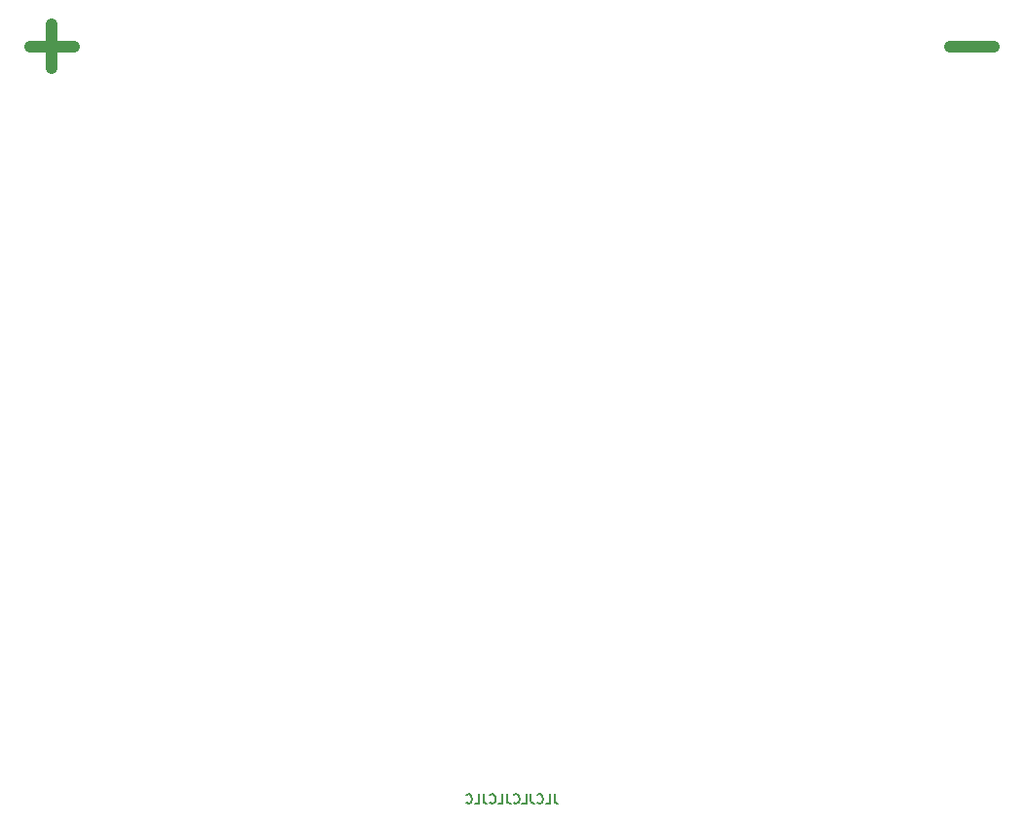
<source format=gbo>
G04 #@! TF.GenerationSoftware,KiCad,Pcbnew,(6.0.4)*
G04 #@! TF.CreationDate,2022-06-22T13:50:13-04:00*
G04 #@! TF.ProjectId,Macintosh Portable Battery Adapter v1.2,4d616369-6e74-46f7-9368-20506f727461,rev?*
G04 #@! TF.SameCoordinates,Original*
G04 #@! TF.FileFunction,Legend,Bot*
G04 #@! TF.FilePolarity,Positive*
%FSLAX46Y46*%
G04 Gerber Fmt 4.6, Leading zero omitted, Abs format (unit mm)*
G04 Created by KiCad (PCBNEW (6.0.4)) date 2022-06-22 13:50:13*
%MOMM*%
%LPD*%
G01*
G04 APERTURE LIST*
G04 Aperture macros list*
%AMRoundRect*
0 Rectangle with rounded corners*
0 $1 Rounding radius*
0 $2 $3 $4 $5 $6 $7 $8 $9 X,Y pos of 4 corners*
0 Add a 4 corners polygon primitive as box body*
4,1,4,$2,$3,$4,$5,$6,$7,$8,$9,$2,$3,0*
0 Add four circle primitives for the rounded corners*
1,1,$1+$1,$2,$3*
1,1,$1+$1,$4,$5*
1,1,$1+$1,$6,$7*
1,1,$1+$1,$8,$9*
0 Add four rect primitives between the rounded corners*
20,1,$1+$1,$2,$3,$4,$5,0*
20,1,$1+$1,$4,$5,$6,$7,0*
20,1,$1+$1,$6,$7,$8,$9,0*
20,1,$1+$1,$8,$9,$2,$3,0*%
G04 Aperture macros list end*
%ADD10C,0.150000*%
%ADD11C,1.000000*%
%ADD12C,0.500000*%
%ADD13C,0.010000*%
%ADD14O,1.700000X1.700000*%
%ADD15C,1.700000*%
%ADD16RoundRect,0.050000X-1.000000X1.000000X-1.000000X-1.000000X1.000000X-1.000000X1.000000X1.000000X0*%
%ADD17C,2.100000*%
%ADD18RoundRect,0.050000X-10.000000X-10.000000X10.000000X-10.000000X10.000000X10.000000X-10.000000X10.000000X0*%
G04 APERTURE END LIST*
D10*
X143195238Y-137422904D02*
X143195238Y-137994333D01*
X143233333Y-138108619D01*
X143309523Y-138184809D01*
X143423809Y-138222904D01*
X143500000Y-138222904D01*
X142433333Y-138222904D02*
X142814285Y-138222904D01*
X142814285Y-137422904D01*
X141709523Y-138146714D02*
X141747619Y-138184809D01*
X141861904Y-138222904D01*
X141938095Y-138222904D01*
X142052380Y-138184809D01*
X142128571Y-138108619D01*
X142166666Y-138032428D01*
X142204761Y-137880047D01*
X142204761Y-137765761D01*
X142166666Y-137613380D01*
X142128571Y-137537190D01*
X142052380Y-137461000D01*
X141938095Y-137422904D01*
X141861904Y-137422904D01*
X141747619Y-137461000D01*
X141709523Y-137499095D01*
X141138095Y-137422904D02*
X141138095Y-137994333D01*
X141176190Y-138108619D01*
X141252380Y-138184809D01*
X141366666Y-138222904D01*
X141442857Y-138222904D01*
X140376190Y-138222904D02*
X140757142Y-138222904D01*
X140757142Y-137422904D01*
X139652380Y-138146714D02*
X139690476Y-138184809D01*
X139804761Y-138222904D01*
X139880952Y-138222904D01*
X139995238Y-138184809D01*
X140071428Y-138108619D01*
X140109523Y-138032428D01*
X140147619Y-137880047D01*
X140147619Y-137765761D01*
X140109523Y-137613380D01*
X140071428Y-137537190D01*
X139995238Y-137461000D01*
X139880952Y-137422904D01*
X139804761Y-137422904D01*
X139690476Y-137461000D01*
X139652380Y-137499095D01*
X139080952Y-137422904D02*
X139080952Y-137994333D01*
X139119047Y-138108619D01*
X139195238Y-138184809D01*
X139309523Y-138222904D01*
X139385714Y-138222904D01*
X138319047Y-138222904D02*
X138700000Y-138222904D01*
X138700000Y-137422904D01*
X137595238Y-138146714D02*
X137633333Y-138184809D01*
X137747619Y-138222904D01*
X137823809Y-138222904D01*
X137938095Y-138184809D01*
X138014285Y-138108619D01*
X138052380Y-138032428D01*
X138090476Y-137880047D01*
X138090476Y-137765761D01*
X138052380Y-137613380D01*
X138014285Y-137537190D01*
X137938095Y-137461000D01*
X137823809Y-137422904D01*
X137747619Y-137422904D01*
X137633333Y-137461000D01*
X137595238Y-137499095D01*
X137023809Y-137422904D02*
X137023809Y-137994333D01*
X137061904Y-138108619D01*
X137138095Y-138184809D01*
X137252380Y-138222904D01*
X137328571Y-138222904D01*
X136261904Y-138222904D02*
X136642857Y-138222904D01*
X136642857Y-137422904D01*
X135538095Y-138146714D02*
X135576190Y-138184809D01*
X135690476Y-138222904D01*
X135766666Y-138222904D01*
X135880952Y-138184809D01*
X135957142Y-138108619D01*
X135995238Y-138032428D01*
X136033333Y-137880047D01*
X136033333Y-137765761D01*
X135995238Y-137613380D01*
X135957142Y-137537190D01*
X135880952Y-137461000D01*
X135766666Y-137422904D01*
X135690476Y-137422904D01*
X135576190Y-137461000D01*
X135538095Y-137499095D01*
D11*
X97595238Y-72357142D02*
X101404761Y-72357142D01*
X99500000Y-74261904D02*
X99500000Y-70452380D01*
X177595238Y-72357142D02*
X181404761Y-72357142D01*
%LPC*%
X166659523Y-107736904D02*
X166659523Y-102736904D01*
X164992857Y-106308333D01*
X163326190Y-102736904D01*
X163326190Y-107736904D01*
X158802380Y-107736904D02*
X158802380Y-105117857D01*
X159040476Y-104641666D01*
X159516666Y-104403571D01*
X160469047Y-104403571D01*
X160945238Y-104641666D01*
X158802380Y-107498809D02*
X159278571Y-107736904D01*
X160469047Y-107736904D01*
X160945238Y-107498809D01*
X161183333Y-107022619D01*
X161183333Y-106546428D01*
X160945238Y-106070238D01*
X160469047Y-105832142D01*
X159278571Y-105832142D01*
X158802380Y-105594047D01*
X154278571Y-107498809D02*
X154754761Y-107736904D01*
X155707142Y-107736904D01*
X156183333Y-107498809D01*
X156421428Y-107260714D01*
X156659523Y-106784523D01*
X156659523Y-105355952D01*
X156421428Y-104879761D01*
X156183333Y-104641666D01*
X155707142Y-104403571D01*
X154754761Y-104403571D01*
X154278571Y-104641666D01*
X152135714Y-107736904D02*
X152135714Y-104403571D01*
X152135714Y-102736904D02*
X152373809Y-102975000D01*
X152135714Y-103213095D01*
X151897619Y-102975000D01*
X152135714Y-102736904D01*
X152135714Y-103213095D01*
X149754761Y-104403571D02*
X149754761Y-107736904D01*
X149754761Y-104879761D02*
X149516666Y-104641666D01*
X149040476Y-104403571D01*
X148326190Y-104403571D01*
X147850000Y-104641666D01*
X147611904Y-105117857D01*
X147611904Y-107736904D01*
X145945238Y-104403571D02*
X144040476Y-104403571D01*
X145230952Y-102736904D02*
X145230952Y-107022619D01*
X144992857Y-107498809D01*
X144516666Y-107736904D01*
X144040476Y-107736904D01*
X141659523Y-107736904D02*
X142135714Y-107498809D01*
X142373809Y-107260714D01*
X142611904Y-106784523D01*
X142611904Y-105355952D01*
X142373809Y-104879761D01*
X142135714Y-104641666D01*
X141659523Y-104403571D01*
X140945238Y-104403571D01*
X140469047Y-104641666D01*
X140230952Y-104879761D01*
X139992857Y-105355952D01*
X139992857Y-106784523D01*
X140230952Y-107260714D01*
X140469047Y-107498809D01*
X140945238Y-107736904D01*
X141659523Y-107736904D01*
X138088095Y-107498809D02*
X137611904Y-107736904D01*
X136659523Y-107736904D01*
X136183333Y-107498809D01*
X135945238Y-107022619D01*
X135945238Y-106784523D01*
X136183333Y-106308333D01*
X136659523Y-106070238D01*
X137373809Y-106070238D01*
X137850000Y-105832142D01*
X138088095Y-105355952D01*
X138088095Y-105117857D01*
X137850000Y-104641666D01*
X137373809Y-104403571D01*
X136659523Y-104403571D01*
X136183333Y-104641666D01*
X133802380Y-107736904D02*
X133802380Y-102736904D01*
X131659523Y-107736904D02*
X131659523Y-105117857D01*
X131897619Y-104641666D01*
X132373809Y-104403571D01*
X133088095Y-104403571D01*
X133564285Y-104641666D01*
X133802380Y-104879761D01*
X125469047Y-107736904D02*
X125469047Y-102736904D01*
X123564285Y-102736904D01*
X123088095Y-102975000D01*
X122850000Y-103213095D01*
X122611904Y-103689285D01*
X122611904Y-104403571D01*
X122850000Y-104879761D01*
X123088095Y-105117857D01*
X123564285Y-105355952D01*
X125469047Y-105355952D01*
X119754761Y-107736904D02*
X120230952Y-107498809D01*
X120469047Y-107260714D01*
X120707142Y-106784523D01*
X120707142Y-105355952D01*
X120469047Y-104879761D01*
X120230952Y-104641666D01*
X119754761Y-104403571D01*
X119040476Y-104403571D01*
X118564285Y-104641666D01*
X118326190Y-104879761D01*
X118088095Y-105355952D01*
X118088095Y-106784523D01*
X118326190Y-107260714D01*
X118564285Y-107498809D01*
X119040476Y-107736904D01*
X119754761Y-107736904D01*
X115945238Y-107736904D02*
X115945238Y-104403571D01*
X115945238Y-105355952D02*
X115707142Y-104879761D01*
X115469047Y-104641666D01*
X114992857Y-104403571D01*
X114516666Y-104403571D01*
X113564285Y-104403571D02*
X111659523Y-104403571D01*
X112850000Y-102736904D02*
X112850000Y-107022619D01*
X112611904Y-107498809D01*
X112135714Y-107736904D01*
X111659523Y-107736904D01*
X107850000Y-107736904D02*
X107850000Y-105117857D01*
X108088095Y-104641666D01*
X108564285Y-104403571D01*
X109516666Y-104403571D01*
X109992857Y-104641666D01*
X107850000Y-107498809D02*
X108326190Y-107736904D01*
X109516666Y-107736904D01*
X109992857Y-107498809D01*
X110230952Y-107022619D01*
X110230952Y-106546428D01*
X109992857Y-106070238D01*
X109516666Y-105832142D01*
X108326190Y-105832142D01*
X107850000Y-105594047D01*
X105469047Y-107736904D02*
X105469047Y-102736904D01*
X105469047Y-104641666D02*
X104992857Y-104403571D01*
X104040476Y-104403571D01*
X103564285Y-104641666D01*
X103326190Y-104879761D01*
X103088095Y-105355952D01*
X103088095Y-106784523D01*
X103326190Y-107260714D01*
X103564285Y-107498809D01*
X104040476Y-107736904D01*
X104992857Y-107736904D01*
X105469047Y-107498809D01*
X100230952Y-107736904D02*
X100707142Y-107498809D01*
X100945238Y-107022619D01*
X100945238Y-102736904D01*
X96421428Y-107498809D02*
X96897619Y-107736904D01*
X97850000Y-107736904D01*
X98326190Y-107498809D01*
X98564285Y-107022619D01*
X98564285Y-105117857D01*
X98326190Y-104641666D01*
X97850000Y-104403571D01*
X96897619Y-104403571D01*
X96421428Y-104641666D01*
X96183333Y-105117857D01*
X96183333Y-105594047D01*
X98564285Y-106070238D01*
X164992857Y-113167857D02*
X164278571Y-113405952D01*
X164040476Y-113644047D01*
X163802380Y-114120238D01*
X163802380Y-114834523D01*
X164040476Y-115310714D01*
X164278571Y-115548809D01*
X164754761Y-115786904D01*
X166659523Y-115786904D01*
X166659523Y-110786904D01*
X164992857Y-110786904D01*
X164516666Y-111025000D01*
X164278571Y-111263095D01*
X164040476Y-111739285D01*
X164040476Y-112215476D01*
X164278571Y-112691666D01*
X164516666Y-112929761D01*
X164992857Y-113167857D01*
X166659523Y-113167857D01*
X159516666Y-115786904D02*
X159516666Y-113167857D01*
X159754761Y-112691666D01*
X160230952Y-112453571D01*
X161183333Y-112453571D01*
X161659523Y-112691666D01*
X159516666Y-115548809D02*
X159992857Y-115786904D01*
X161183333Y-115786904D01*
X161659523Y-115548809D01*
X161897619Y-115072619D01*
X161897619Y-114596428D01*
X161659523Y-114120238D01*
X161183333Y-113882142D01*
X159992857Y-113882142D01*
X159516666Y-113644047D01*
X157850000Y-112453571D02*
X155945238Y-112453571D01*
X157135714Y-110786904D02*
X157135714Y-115072619D01*
X156897619Y-115548809D01*
X156421428Y-115786904D01*
X155945238Y-115786904D01*
X154992857Y-112453571D02*
X153088095Y-112453571D01*
X154278571Y-110786904D02*
X154278571Y-115072619D01*
X154040476Y-115548809D01*
X153564285Y-115786904D01*
X153088095Y-115786904D01*
X149516666Y-115548809D02*
X149992857Y-115786904D01*
X150945238Y-115786904D01*
X151421428Y-115548809D01*
X151659523Y-115072619D01*
X151659523Y-113167857D01*
X151421428Y-112691666D01*
X150945238Y-112453571D01*
X149992857Y-112453571D01*
X149516666Y-112691666D01*
X149278571Y-113167857D01*
X149278571Y-113644047D01*
X151659523Y-114120238D01*
X147135714Y-115786904D02*
X147135714Y-112453571D01*
X147135714Y-113405952D02*
X146897619Y-112929761D01*
X146659523Y-112691666D01*
X146183333Y-112453571D01*
X145707142Y-112453571D01*
X144516666Y-112453571D02*
X143326190Y-115786904D01*
X142135714Y-112453571D02*
X143326190Y-115786904D01*
X143802380Y-116977380D01*
X144040476Y-117215476D01*
X144516666Y-117453571D01*
X136659523Y-114358333D02*
X134278571Y-114358333D01*
X137135714Y-115786904D02*
X135469047Y-110786904D01*
X133802380Y-115786904D01*
X129992857Y-115786904D02*
X129992857Y-110786904D01*
X129992857Y-115548809D02*
X130469047Y-115786904D01*
X131421428Y-115786904D01*
X131897619Y-115548809D01*
X132135714Y-115310714D01*
X132373809Y-114834523D01*
X132373809Y-113405952D01*
X132135714Y-112929761D01*
X131897619Y-112691666D01*
X131421428Y-112453571D01*
X130469047Y-112453571D01*
X129992857Y-112691666D01*
X125469047Y-115786904D02*
X125469047Y-113167857D01*
X125707142Y-112691666D01*
X126183333Y-112453571D01*
X127135714Y-112453571D01*
X127611904Y-112691666D01*
X125469047Y-115548809D02*
X125945238Y-115786904D01*
X127135714Y-115786904D01*
X127611904Y-115548809D01*
X127850000Y-115072619D01*
X127850000Y-114596428D01*
X127611904Y-114120238D01*
X127135714Y-113882142D01*
X125945238Y-113882142D01*
X125469047Y-113644047D01*
X123088095Y-112453571D02*
X123088095Y-117453571D01*
X123088095Y-112691666D02*
X122611904Y-112453571D01*
X121659523Y-112453571D01*
X121183333Y-112691666D01*
X120945238Y-112929761D01*
X120707142Y-113405952D01*
X120707142Y-114834523D01*
X120945238Y-115310714D01*
X121183333Y-115548809D01*
X121659523Y-115786904D01*
X122611904Y-115786904D01*
X123088095Y-115548809D01*
X119278571Y-112453571D02*
X117373809Y-112453571D01*
X118564285Y-110786904D02*
X118564285Y-115072619D01*
X118326190Y-115548809D01*
X117850000Y-115786904D01*
X117373809Y-115786904D01*
X113802380Y-115548809D02*
X114278571Y-115786904D01*
X115230952Y-115786904D01*
X115707142Y-115548809D01*
X115945238Y-115072619D01*
X115945238Y-113167857D01*
X115707142Y-112691666D01*
X115230952Y-112453571D01*
X114278571Y-112453571D01*
X113802380Y-112691666D01*
X113564285Y-113167857D01*
X113564285Y-113644047D01*
X115945238Y-114120238D01*
X111421428Y-115786904D02*
X111421428Y-112453571D01*
X111421428Y-113405952D02*
X111183333Y-112929761D01*
X110945238Y-112691666D01*
X110469047Y-112453571D01*
X109992857Y-112453571D01*
X104992857Y-112453571D02*
X103802380Y-115786904D01*
X102611904Y-112453571D01*
X98088095Y-115786904D02*
X100945238Y-115786904D01*
X99516666Y-115786904D02*
X99516666Y-110786904D01*
X99992857Y-111501190D01*
X100469047Y-111977380D01*
X100945238Y-112215476D01*
X95945238Y-115310714D02*
X95707142Y-115548809D01*
X95945238Y-115786904D01*
X96183333Y-115548809D01*
X95945238Y-115310714D01*
X95945238Y-115786904D01*
X93802380Y-111263095D02*
X93564285Y-111025000D01*
X93088095Y-110786904D01*
X91897619Y-110786904D01*
X91421428Y-111025000D01*
X91183333Y-111263095D01*
X90945238Y-111739285D01*
X90945238Y-112215476D01*
X91183333Y-112929761D01*
X94040476Y-115786904D01*
X90945238Y-115786904D01*
D12*
X166693285Y-121785142D02*
X166121857Y-123785142D01*
X165550428Y-122356571D01*
X164979000Y-123785142D01*
X164407571Y-121785142D01*
X163550428Y-121785142D02*
X162979000Y-123785142D01*
X162407571Y-122356571D01*
X161836142Y-123785142D01*
X161264714Y-121785142D01*
X160407571Y-121785142D02*
X159836142Y-123785142D01*
X159264714Y-122356571D01*
X158693285Y-123785142D01*
X158121857Y-121785142D01*
X156979000Y-123499428D02*
X156836142Y-123642285D01*
X156979000Y-123785142D01*
X157121857Y-123642285D01*
X156979000Y-123499428D01*
X156979000Y-123785142D01*
X154264714Y-123785142D02*
X154264714Y-122213714D01*
X154407571Y-121928000D01*
X154693285Y-121785142D01*
X155264714Y-121785142D01*
X155550428Y-121928000D01*
X154264714Y-123642285D02*
X154550428Y-123785142D01*
X155264714Y-123785142D01*
X155550428Y-123642285D01*
X155693285Y-123356571D01*
X155693285Y-123070857D01*
X155550428Y-122785142D01*
X155264714Y-122642285D01*
X154550428Y-122642285D01*
X154264714Y-122499428D01*
X152407571Y-123785142D02*
X152693285Y-123642285D01*
X152836142Y-123356571D01*
X152836142Y-120785142D01*
X151550428Y-123785142D02*
X149979000Y-121785142D01*
X151550428Y-121785142D02*
X149979000Y-123785142D01*
X148407571Y-123785142D02*
X148693285Y-123642285D01*
X148836142Y-123356571D01*
X148836142Y-120785142D01*
X145979000Y-123785142D02*
X145979000Y-122213714D01*
X146121857Y-121928000D01*
X146407571Y-121785142D01*
X146979000Y-121785142D01*
X147264714Y-121928000D01*
X145979000Y-123642285D02*
X146264714Y-123785142D01*
X146979000Y-123785142D01*
X147264714Y-123642285D01*
X147407571Y-123356571D01*
X147407571Y-123070857D01*
X147264714Y-122785142D01*
X146979000Y-122642285D01*
X146264714Y-122642285D01*
X145979000Y-122499428D01*
X144550428Y-123785142D02*
X144550428Y-120785142D01*
X144550428Y-121928000D02*
X144264714Y-121785142D01*
X143693285Y-121785142D01*
X143407571Y-121928000D01*
X143264714Y-122070857D01*
X143121857Y-122356571D01*
X143121857Y-123213714D01*
X143264714Y-123499428D01*
X143407571Y-123642285D01*
X143693285Y-123785142D01*
X144264714Y-123785142D01*
X144550428Y-123642285D01*
X141836142Y-123499428D02*
X141693285Y-123642285D01*
X141836142Y-123785142D01*
X141979000Y-123642285D01*
X141836142Y-123499428D01*
X141836142Y-123785142D01*
X139121857Y-123642285D02*
X139407571Y-123785142D01*
X139979000Y-123785142D01*
X140264714Y-123642285D01*
X140407571Y-123499428D01*
X140550428Y-123213714D01*
X140550428Y-122356571D01*
X140407571Y-122070857D01*
X140264714Y-121928000D01*
X139979000Y-121785142D01*
X139407571Y-121785142D01*
X139121857Y-121928000D01*
X137407571Y-123785142D02*
X137693285Y-123642285D01*
X137836142Y-123499428D01*
X137979000Y-123213714D01*
X137979000Y-122356571D01*
X137836142Y-122070857D01*
X137693285Y-121928000D01*
X137407571Y-121785142D01*
X136979000Y-121785142D01*
X136693285Y-121928000D01*
X136550428Y-122070857D01*
X136407571Y-122356571D01*
X136407571Y-123213714D01*
X136550428Y-123499428D01*
X136693285Y-123642285D01*
X136979000Y-123785142D01*
X137407571Y-123785142D01*
X135121857Y-123785142D02*
X135121857Y-121785142D01*
X135121857Y-122070857D02*
X134979000Y-121928000D01*
X134693285Y-121785142D01*
X134264714Y-121785142D01*
X133979000Y-121928000D01*
X133836142Y-122213714D01*
X133836142Y-123785142D01*
X133836142Y-122213714D02*
X133693285Y-121928000D01*
X133407571Y-121785142D01*
X132979000Y-121785142D01*
X132693285Y-121928000D01*
X132550428Y-122213714D01*
X132550428Y-123785142D01*
X166714285Y-121857142D02*
X166142857Y-123857142D01*
X165571428Y-122428571D01*
X165000000Y-123857142D01*
X164428571Y-121857142D01*
X163571428Y-121857142D02*
X163000000Y-123857142D01*
X162428571Y-122428571D01*
X161857142Y-123857142D01*
X161285714Y-121857142D01*
X160428571Y-121857142D02*
X159857142Y-123857142D01*
X159285714Y-122428571D01*
X158714285Y-123857142D01*
X158142857Y-121857142D01*
X157000000Y-123571428D02*
X156857142Y-123714285D01*
X157000000Y-123857142D01*
X157142857Y-123714285D01*
X157000000Y-123571428D01*
X157000000Y-123857142D01*
X154285714Y-123857142D02*
X154285714Y-122285714D01*
X154428571Y-122000000D01*
X154714285Y-121857142D01*
X155285714Y-121857142D01*
X155571428Y-122000000D01*
X154285714Y-123714285D02*
X154571428Y-123857142D01*
X155285714Y-123857142D01*
X155571428Y-123714285D01*
X155714285Y-123428571D01*
X155714285Y-123142857D01*
X155571428Y-122857142D01*
X155285714Y-122714285D01*
X154571428Y-122714285D01*
X154285714Y-122571428D01*
X152428571Y-123857142D02*
X152714285Y-123714285D01*
X152857142Y-123428571D01*
X152857142Y-120857142D01*
X151571428Y-123857142D02*
X150000000Y-121857142D01*
X151571428Y-121857142D02*
X150000000Y-123857142D01*
X148428571Y-123857142D02*
X148714285Y-123714285D01*
X148857142Y-123428571D01*
X148857142Y-120857142D01*
X146000000Y-123857142D02*
X146000000Y-122285714D01*
X146142857Y-122000000D01*
X146428571Y-121857142D01*
X147000000Y-121857142D01*
X147285714Y-122000000D01*
X146000000Y-123714285D02*
X146285714Y-123857142D01*
X147000000Y-123857142D01*
X147285714Y-123714285D01*
X147428571Y-123428571D01*
X147428571Y-123142857D01*
X147285714Y-122857142D01*
X147000000Y-122714285D01*
X146285714Y-122714285D01*
X146000000Y-122571428D01*
X144571428Y-123857142D02*
X144571428Y-120857142D01*
X144571428Y-122000000D02*
X144285714Y-121857142D01*
X143714285Y-121857142D01*
X143428571Y-122000000D01*
X143285714Y-122142857D01*
X143142857Y-122428571D01*
X143142857Y-123285714D01*
X143285714Y-123571428D01*
X143428571Y-123714285D01*
X143714285Y-123857142D01*
X144285714Y-123857142D01*
X144571428Y-123714285D01*
X141857142Y-123571428D02*
X141714285Y-123714285D01*
X141857142Y-123857142D01*
X142000000Y-123714285D01*
X141857142Y-123571428D01*
X141857142Y-123857142D01*
X139142857Y-123714285D02*
X139428571Y-123857142D01*
X140000000Y-123857142D01*
X140285714Y-123714285D01*
X140428571Y-123571428D01*
X140571428Y-123285714D01*
X140571428Y-122428571D01*
X140428571Y-122142857D01*
X140285714Y-122000000D01*
X140000000Y-121857142D01*
X139428571Y-121857142D01*
X139142857Y-122000000D01*
X137428571Y-123857142D02*
X137714285Y-123714285D01*
X137857142Y-123571428D01*
X138000000Y-123285714D01*
X138000000Y-122428571D01*
X137857142Y-122142857D01*
X137714285Y-122000000D01*
X137428571Y-121857142D01*
X137000000Y-121857142D01*
X136714285Y-122000000D01*
X136571428Y-122142857D01*
X136428571Y-122428571D01*
X136428571Y-123285714D01*
X136571428Y-123571428D01*
X136714285Y-123714285D01*
X137000000Y-123857142D01*
X137428571Y-123857142D01*
X135142857Y-123857142D02*
X135142857Y-121857142D01*
X135142857Y-122142857D02*
X135000000Y-122000000D01*
X134714285Y-121857142D01*
X134285714Y-121857142D01*
X134000000Y-122000000D01*
X133857142Y-122285714D01*
X133857142Y-123857142D01*
X133857142Y-122285714D02*
X133714285Y-122000000D01*
X133428571Y-121857142D01*
X133000000Y-121857142D01*
X132714285Y-122000000D01*
X132571428Y-122285714D01*
X132571428Y-123857142D01*
G36*
X104206663Y-122062217D02*
G01*
X104216200Y-122148600D01*
X104216151Y-122159997D01*
X104204101Y-122240349D01*
X104150434Y-122269624D01*
X104025700Y-122265966D01*
X103939651Y-122255222D01*
X103857062Y-122219547D01*
X103835200Y-122148600D01*
X103841993Y-122102144D01*
X103896067Y-122053622D01*
X104025700Y-122031233D01*
X104042014Y-122029918D01*
X104158418Y-122028705D01*
X104206663Y-122062217D01*
G37*
D13*
X104206663Y-122062217D02*
X104216200Y-122148600D01*
X104216151Y-122159997D01*
X104204101Y-122240349D01*
X104150434Y-122269624D01*
X104025700Y-122265966D01*
X103939651Y-122255222D01*
X103857062Y-122219547D01*
X103835200Y-122148600D01*
X103841993Y-122102144D01*
X103896067Y-122053622D01*
X104025700Y-122031233D01*
X104042014Y-122029918D01*
X104158418Y-122028705D01*
X104206663Y-122062217D01*
G36*
X91059000Y-124358400D02*
G01*
X91059000Y-120802400D01*
X91313000Y-120802400D01*
X91313000Y-124104400D01*
X111125000Y-124104400D01*
X111125000Y-120802400D01*
X91313000Y-120802400D01*
X91059000Y-120802400D01*
X91059000Y-120548400D01*
X111379000Y-120548400D01*
X111379000Y-124358400D01*
X91059000Y-124358400D01*
G37*
X91059000Y-124358400D02*
X91059000Y-120802400D01*
X91313000Y-120802400D01*
X91313000Y-124104400D01*
X111125000Y-124104400D01*
X111125000Y-120802400D01*
X91313000Y-120802400D01*
X91059000Y-120802400D01*
X91059000Y-120548400D01*
X111379000Y-120548400D01*
X111379000Y-124358400D01*
X91059000Y-124358400D01*
G36*
X94840945Y-122186482D02*
G01*
X94885317Y-122268774D01*
X94937342Y-122402600D01*
X95015234Y-122631200D01*
X94627592Y-122631200D01*
X94709796Y-122402600D01*
X94738669Y-122327531D01*
X94790444Y-122217334D01*
X94825725Y-122174000D01*
X94840945Y-122186482D01*
G37*
X94840945Y-122186482D02*
X94885317Y-122268774D01*
X94937342Y-122402600D01*
X95015234Y-122631200D01*
X94627592Y-122631200D01*
X94709796Y-122402600D01*
X94738669Y-122327531D01*
X94790444Y-122217334D01*
X94825725Y-122174000D01*
X94840945Y-122186482D01*
G36*
X109156957Y-121056411D02*
G01*
X109330655Y-121061326D01*
X109443397Y-121085090D01*
X109532828Y-121142137D01*
X109636595Y-121246900D01*
X109697417Y-121317901D01*
X109833263Y-121503535D01*
X109947700Y-121691400D01*
X109992288Y-121779701D01*
X110039807Y-121901515D01*
X110067200Y-122034276D01*
X110079828Y-122208173D01*
X110083054Y-122453400D01*
X110079201Y-122644084D01*
X110044494Y-122953884D01*
X109964757Y-123210423D01*
X109829147Y-123442860D01*
X109626822Y-123680356D01*
X109561213Y-123748183D01*
X109463578Y-123836153D01*
X109372028Y-123881317D01*
X109250669Y-123897607D01*
X109063608Y-123898954D01*
X108712000Y-123896709D01*
X108915200Y-123791912D01*
X109044101Y-123718244D01*
X109345629Y-123473347D01*
X109570555Y-123172363D01*
X109711166Y-122827534D01*
X109759750Y-122451105D01*
X109718104Y-122093857D01*
X109583605Y-121750880D01*
X109358683Y-121451487D01*
X109045953Y-121200260D01*
X108819109Y-121056399D01*
X109139703Y-121056399D01*
X109156957Y-121056411D01*
G37*
X109156957Y-121056411D02*
X109330655Y-121061326D01*
X109443397Y-121085090D01*
X109532828Y-121142137D01*
X109636595Y-121246900D01*
X109697417Y-121317901D01*
X109833263Y-121503535D01*
X109947700Y-121691400D01*
X109992288Y-121779701D01*
X110039807Y-121901515D01*
X110067200Y-122034276D01*
X110079828Y-122208173D01*
X110083054Y-122453400D01*
X110079201Y-122644084D01*
X110044494Y-122953884D01*
X109964757Y-123210423D01*
X109829147Y-123442860D01*
X109626822Y-123680356D01*
X109561213Y-123748183D01*
X109463578Y-123836153D01*
X109372028Y-123881317D01*
X109250669Y-123897607D01*
X109063608Y-123898954D01*
X108712000Y-123896709D01*
X108915200Y-123791912D01*
X109044101Y-123718244D01*
X109345629Y-123473347D01*
X109570555Y-123172363D01*
X109711166Y-122827534D01*
X109759750Y-122451105D01*
X109718104Y-122093857D01*
X109583605Y-121750880D01*
X109358683Y-121451487D01*
X109045953Y-121200260D01*
X108819109Y-121056399D01*
X109139703Y-121056399D01*
X109156957Y-121056411D01*
G36*
X107543600Y-121060467D02*
G01*
X107391200Y-121140395D01*
X107266385Y-121218409D01*
X107040893Y-121413924D01*
X106841262Y-121649927D01*
X106701409Y-121889579D01*
X106626861Y-122138573D01*
X106593516Y-122443442D01*
X106610005Y-122744788D01*
X106677242Y-123000631D01*
X106731817Y-123108449D01*
X106900289Y-123343949D01*
X107120261Y-123570793D01*
X107363046Y-123757331D01*
X107588892Y-123901200D01*
X106918016Y-123901200D01*
X106687439Y-123644742D01*
X106511585Y-123421535D01*
X106352245Y-123114524D01*
X106270519Y-122774060D01*
X106258400Y-122376471D01*
X106280823Y-122119893D01*
X106352224Y-121812381D01*
X106482190Y-121540264D01*
X106684201Y-121268461D01*
X106731370Y-121213791D01*
X106820236Y-121123535D01*
X106905324Y-121077007D01*
X107021757Y-121060031D01*
X107204659Y-121058433D01*
X107543600Y-121060467D01*
G37*
X107543600Y-121060467D02*
X107391200Y-121140395D01*
X107266385Y-121218409D01*
X107040893Y-121413924D01*
X106841262Y-121649927D01*
X106701409Y-121889579D01*
X106626861Y-122138573D01*
X106593516Y-122443442D01*
X106610005Y-122744788D01*
X106677242Y-123000631D01*
X106731817Y-123108449D01*
X106900289Y-123343949D01*
X107120261Y-123570793D01*
X107363046Y-123757331D01*
X107588892Y-123901200D01*
X106918016Y-123901200D01*
X106687439Y-123644742D01*
X106511585Y-123421535D01*
X106352245Y-123114524D01*
X106270519Y-122774060D01*
X106258400Y-122376471D01*
X106280823Y-122119893D01*
X106352224Y-121812381D01*
X106482190Y-121540264D01*
X106684201Y-121268461D01*
X106731370Y-121213791D01*
X106820236Y-121123535D01*
X106905324Y-121077007D01*
X107021757Y-121060031D01*
X107204659Y-121058433D01*
X107543600Y-121060467D01*
G36*
X105246738Y-122324169D02*
G01*
X105258528Y-122760604D01*
X105371609Y-123189474D01*
X105585978Y-123610864D01*
X105650526Y-123714779D01*
X105715171Y-123825247D01*
X105740200Y-123877564D01*
X105713997Y-123879598D01*
X105594272Y-123882332D01*
X105382869Y-123884959D01*
X105085547Y-123887457D01*
X104708064Y-123889809D01*
X104256179Y-123891995D01*
X103735649Y-123893995D01*
X103152234Y-123895791D01*
X102511690Y-123897364D01*
X101819778Y-123898693D01*
X101082254Y-123899761D01*
X100304878Y-123900547D01*
X99493407Y-123901033D01*
X98653600Y-123901200D01*
X91567000Y-123901200D01*
X91567000Y-123141286D01*
X94056200Y-123141286D01*
X94057868Y-123147924D01*
X94117231Y-123177842D01*
X94235258Y-123190000D01*
X94307068Y-123186986D01*
X94406377Y-123152679D01*
X94462600Y-123063000D01*
X94492661Y-123000478D01*
X94546034Y-122958033D01*
X94645274Y-122939852D01*
X94818200Y-122936000D01*
X94970477Y-122938599D01*
X95079036Y-122953987D01*
X95137538Y-122992142D01*
X95173800Y-123063000D01*
X95210944Y-123133863D01*
X95286149Y-123178979D01*
X95425802Y-123190000D01*
X95629518Y-123190000D01*
X99745800Y-123190000D01*
X100195678Y-123190000D01*
X100736400Y-122210218D01*
X100765480Y-123190000D01*
X101117400Y-123190000D01*
X101117400Y-122605800D01*
X101422200Y-122605800D01*
X101422391Y-122626542D01*
X101432848Y-122686272D01*
X101476033Y-122718006D01*
X101574899Y-122730573D01*
X101752400Y-122732800D01*
X101806330Y-122732726D01*
X101961629Y-122728704D01*
X102044138Y-122712095D01*
X102076810Y-122674069D01*
X102082600Y-122605800D01*
X102082410Y-122585057D01*
X102071953Y-122525327D01*
X102028768Y-122493593D01*
X101929902Y-122481026D01*
X101752400Y-122478800D01*
X101698471Y-122478873D01*
X101543172Y-122482895D01*
X101460663Y-122499504D01*
X101427991Y-122537530D01*
X101422200Y-122605800D01*
X101117400Y-122605800D01*
X101117400Y-121793000D01*
X101873450Y-121793000D01*
X102155825Y-122198050D01*
X102279941Y-122379745D01*
X102366129Y-122522799D01*
X102400410Y-122605800D01*
X102413702Y-122637985D01*
X102433959Y-122753251D01*
X102438200Y-122896550D01*
X102438200Y-123190000D01*
X102607534Y-123190000D01*
X102617592Y-123189941D01*
X102741019Y-123179379D01*
X102810734Y-123156133D01*
X102824754Y-123116087D01*
X102839058Y-122997043D01*
X102844600Y-122833900D01*
X102845785Y-122749118D01*
X102851462Y-122694403D01*
X103361713Y-122694403D01*
X103369102Y-122857609D01*
X103461890Y-123005603D01*
X103634458Y-123118100D01*
X103766202Y-123153395D01*
X103974481Y-123180099D01*
X104214569Y-123190000D01*
X104622600Y-123190000D01*
X104622600Y-121767600D01*
X104137691Y-121767600D01*
X103935537Y-121769037D01*
X103773871Y-121777213D01*
X103680351Y-121794884D01*
X103668365Y-121797149D01*
X103594583Y-121833842D01*
X103528091Y-121892290D01*
X103431509Y-122026360D01*
X103412589Y-122175775D01*
X103492300Y-122312545D01*
X103546266Y-122375311D01*
X103541546Y-122430622D01*
X103466900Y-122513436D01*
X103445345Y-122536271D01*
X103361713Y-122694403D01*
X102851462Y-122694403D01*
X102859254Y-122619300D01*
X102897724Y-122502689D01*
X102973428Y-122367975D01*
X103098600Y-122183850D01*
X103147516Y-122113686D01*
X103252467Y-121959139D01*
X103325321Y-121845992D01*
X103352600Y-121794884D01*
X103347881Y-121789007D01*
X103278239Y-121773726D01*
X103151841Y-121767600D01*
X103068134Y-121770600D01*
X102971953Y-121796825D01*
X102889245Y-121868020D01*
X102787441Y-122005442D01*
X102623802Y-122243285D01*
X102543701Y-122121404D01*
X102532639Y-122104637D01*
X102405689Y-121927789D01*
X102300338Y-121824765D01*
X102194551Y-121779647D01*
X102066291Y-121776514D01*
X101873450Y-121793000D01*
X101117400Y-121793000D01*
X101117400Y-121767600D01*
X100892899Y-121767600D01*
X100668398Y-121767599D01*
X100411540Y-122212100D01*
X100154681Y-122656600D01*
X100153441Y-122212100D01*
X100152200Y-121767600D01*
X99745800Y-121767600D01*
X99745800Y-123190000D01*
X95629518Y-123190000D01*
X95534005Y-122948700D01*
X95509678Y-122887380D01*
X95446446Y-122728645D01*
X95783400Y-122728645D01*
X95797926Y-122893443D01*
X95860964Y-123022065D01*
X95990234Y-123115678D01*
X96042058Y-123136754D01*
X96217425Y-123172844D01*
X96428578Y-123183081D01*
X96465246Y-123182187D01*
X96688624Y-123173014D01*
X96830886Y-123154171D01*
X96910115Y-123118080D01*
X96944393Y-123057166D01*
X96951800Y-122963852D01*
X96951800Y-122795572D01*
X96761300Y-122863556D01*
X96681675Y-122889391D01*
X96474157Y-122929027D01*
X96314360Y-122917973D01*
X96217199Y-122859096D01*
X96197591Y-122755262D01*
X96214152Y-122718788D01*
X96308854Y-122652577D01*
X96452610Y-122605800D01*
X97256600Y-122605800D01*
X97256607Y-122610251D01*
X97263937Y-122678777D01*
X97301274Y-122715416D01*
X97392476Y-122730110D01*
X97561400Y-122732800D01*
X97572084Y-122732797D01*
X97736546Y-122729743D01*
X97824481Y-122714185D01*
X97859747Y-122676185D01*
X97866200Y-122605800D01*
X97866194Y-122601348D01*
X97858864Y-122532822D01*
X97821527Y-122496183D01*
X97730325Y-122481489D01*
X97561400Y-122478800D01*
X97550717Y-122478802D01*
X97386255Y-122481856D01*
X97298320Y-122497414D01*
X97263054Y-122535414D01*
X97256600Y-122605800D01*
X96452610Y-122605800D01*
X96494335Y-122592223D01*
X96609515Y-122559818D01*
X96756563Y-122508088D01*
X96842438Y-122464162D01*
X96920815Y-122372831D01*
X96970077Y-122197300D01*
X96930004Y-121996988D01*
X96917926Y-121976526D01*
X98171000Y-121976526D01*
X98174284Y-122055457D01*
X98200292Y-122098771D01*
X98269261Y-122074187D01*
X98299574Y-122061568D01*
X98433588Y-122033003D01*
X98597482Y-122021600D01*
X98725582Y-122031488D01*
X98899793Y-122101639D01*
X98968970Y-122197300D01*
X99001532Y-122242330D01*
X99034600Y-122457351D01*
X99026001Y-122582444D01*
X99017526Y-122605800D01*
X98959794Y-122764903D01*
X98825821Y-122872738D01*
X98621216Y-122909085D01*
X98574439Y-122908543D01*
X98408701Y-122895107D01*
X98285300Y-122869076D01*
X98238727Y-122854334D01*
X98183199Y-122865834D01*
X98171000Y-122956189D01*
X98189332Y-123044278D01*
X98269261Y-123137412D01*
X98316647Y-123156833D01*
X98490183Y-123185846D01*
X98703233Y-123184992D01*
X98914746Y-123156105D01*
X99083672Y-123101021D01*
X99094266Y-123095555D01*
X99286334Y-122939606D01*
X99407368Y-122718559D01*
X99449467Y-122446543D01*
X99416310Y-122234160D01*
X99301609Y-122020228D01*
X99121171Y-121855869D01*
X98891935Y-121751623D01*
X98630840Y-121718024D01*
X98354824Y-121765611D01*
X98252234Y-121806486D01*
X98186570Y-121870353D01*
X98171000Y-121976526D01*
X96917926Y-121976526D01*
X96874959Y-121903730D01*
X96714799Y-121784214D01*
X96478851Y-121729147D01*
X96169553Y-121739358D01*
X96022784Y-121760267D01*
X95929912Y-121788235D01*
X95892147Y-121835344D01*
X95885000Y-121916872D01*
X95885000Y-122058834D01*
X96245070Y-122033071D01*
X96362289Y-122024968D01*
X96500698Y-122019927D01*
X96570533Y-122031597D01*
X96592666Y-122065768D01*
X96587970Y-122128235D01*
X96559983Y-122204789D01*
X96469200Y-122266236D01*
X96436650Y-122271868D01*
X96141119Y-122344178D01*
X95938060Y-122441494D01*
X95820984Y-122568191D01*
X95783400Y-122728645D01*
X95446446Y-122728645D01*
X95435124Y-122700224D01*
X95343741Y-122471503D01*
X95250015Y-122237500D01*
X95061538Y-121767599D01*
X94581720Y-121767599D01*
X94318960Y-122430086D01*
X94287209Y-122510496D01*
X94196401Y-122744751D01*
X94123071Y-122940308D01*
X94074058Y-123078657D01*
X94056200Y-123141286D01*
X91567000Y-123141286D01*
X91567000Y-121056400D01*
X105748487Y-121056400D01*
X105636461Y-121237660D01*
X105527035Y-121428272D01*
X105383740Y-121767600D01*
X105336239Y-121880086D01*
X105246738Y-122324169D01*
G37*
X105246738Y-122324169D02*
X105258528Y-122760604D01*
X105371609Y-123189474D01*
X105585978Y-123610864D01*
X105650526Y-123714779D01*
X105715171Y-123825247D01*
X105740200Y-123877564D01*
X105713997Y-123879598D01*
X105594272Y-123882332D01*
X105382869Y-123884959D01*
X105085547Y-123887457D01*
X104708064Y-123889809D01*
X104256179Y-123891995D01*
X103735649Y-123893995D01*
X103152234Y-123895791D01*
X102511690Y-123897364D01*
X101819778Y-123898693D01*
X101082254Y-123899761D01*
X100304878Y-123900547D01*
X99493407Y-123901033D01*
X98653600Y-123901200D01*
X91567000Y-123901200D01*
X91567000Y-123141286D01*
X94056200Y-123141286D01*
X94057868Y-123147924D01*
X94117231Y-123177842D01*
X94235258Y-123190000D01*
X94307068Y-123186986D01*
X94406377Y-123152679D01*
X94462600Y-123063000D01*
X94492661Y-123000478D01*
X94546034Y-122958033D01*
X94645274Y-122939852D01*
X94818200Y-122936000D01*
X94970477Y-122938599D01*
X95079036Y-122953987D01*
X95137538Y-122992142D01*
X95173800Y-123063000D01*
X95210944Y-123133863D01*
X95286149Y-123178979D01*
X95425802Y-123190000D01*
X95629518Y-123190000D01*
X99745800Y-123190000D01*
X100195678Y-123190000D01*
X100736400Y-122210218D01*
X100765480Y-123190000D01*
X101117400Y-123190000D01*
X101117400Y-122605800D01*
X101422200Y-122605800D01*
X101422391Y-122626542D01*
X101432848Y-122686272D01*
X101476033Y-122718006D01*
X101574899Y-122730573D01*
X101752400Y-122732800D01*
X101806330Y-122732726D01*
X101961629Y-122728704D01*
X102044138Y-122712095D01*
X102076810Y-122674069D01*
X102082600Y-122605800D01*
X102082410Y-122585057D01*
X102071953Y-122525327D01*
X102028768Y-122493593D01*
X101929902Y-122481026D01*
X101752400Y-122478800D01*
X101698471Y-122478873D01*
X101543172Y-122482895D01*
X101460663Y-122499504D01*
X101427991Y-122537530D01*
X101422200Y-122605800D01*
X101117400Y-122605800D01*
X101117400Y-121793000D01*
X101873450Y-121793000D01*
X102155825Y-122198050D01*
X102279941Y-122379745D01*
X102366129Y-122522799D01*
X102400410Y-122605800D01*
X102413702Y-122637985D01*
X102433959Y-122753251D01*
X102438200Y-122896550D01*
X102438200Y-123190000D01*
X102607534Y-123190000D01*
X102617592Y-123189941D01*
X102741019Y-123179379D01*
X102810734Y-123156133D01*
X102824754Y-123116087D01*
X102839058Y-122997043D01*
X102844600Y-122833900D01*
X102845785Y-122749118D01*
X102851462Y-122694403D01*
X103361713Y-122694403D01*
X103369102Y-122857609D01*
X103461890Y-123005603D01*
X103634458Y-123118100D01*
X103766202Y-123153395D01*
X103974481Y-123180099D01*
X104214569Y-123190000D01*
X104622600Y-123190000D01*
X104622600Y-121767600D01*
X104137691Y-121767600D01*
X103935537Y-121769037D01*
X103773871Y-121777213D01*
X103680351Y-121794884D01*
X103668365Y-121797149D01*
X103594583Y-121833842D01*
X103528091Y-121892290D01*
X103431509Y-122026360D01*
X103412589Y-122175775D01*
X103492300Y-122312545D01*
X103546266Y-122375311D01*
X103541546Y-122430622D01*
X103466900Y-122513436D01*
X103445345Y-122536271D01*
X103361713Y-122694403D01*
X102851462Y-122694403D01*
X102859254Y-122619300D01*
X102897724Y-122502689D01*
X102973428Y-122367975D01*
X103098600Y-122183850D01*
X103147516Y-122113686D01*
X103252467Y-121959139D01*
X103325321Y-121845992D01*
X103352600Y-121794884D01*
X103347881Y-121789007D01*
X103278239Y-121773726D01*
X103151841Y-121767600D01*
X103068134Y-121770600D01*
X102971953Y-121796825D01*
X102889245Y-121868020D01*
X102787441Y-122005442D01*
X102623802Y-122243285D01*
X102543701Y-122121404D01*
X102532639Y-122104637D01*
X102405689Y-121927789D01*
X102300338Y-121824765D01*
X102194551Y-121779647D01*
X102066291Y-121776514D01*
X101873450Y-121793000D01*
X101117400Y-121793000D01*
X101117400Y-121767600D01*
X100892899Y-121767600D01*
X100668398Y-121767599D01*
X100411540Y-122212100D01*
X100154681Y-122656600D01*
X100153441Y-122212100D01*
X100152200Y-121767600D01*
X99745800Y-121767600D01*
X99745800Y-123190000D01*
X95629518Y-123190000D01*
X95534005Y-122948700D01*
X95509678Y-122887380D01*
X95446446Y-122728645D01*
X95783400Y-122728645D01*
X95797926Y-122893443D01*
X95860964Y-123022065D01*
X95990234Y-123115678D01*
X96042058Y-123136754D01*
X96217425Y-123172844D01*
X96428578Y-123183081D01*
X96465246Y-123182187D01*
X96688624Y-123173014D01*
X96830886Y-123154171D01*
X96910115Y-123118080D01*
X96944393Y-123057166D01*
X96951800Y-122963852D01*
X96951800Y-122795572D01*
X96761300Y-122863556D01*
X96681675Y-122889391D01*
X96474157Y-122929027D01*
X96314360Y-122917973D01*
X96217199Y-122859096D01*
X96197591Y-122755262D01*
X96214152Y-122718788D01*
X96308854Y-122652577D01*
X96452610Y-122605800D01*
X97256600Y-122605800D01*
X97256607Y-122610251D01*
X97263937Y-122678777D01*
X97301274Y-122715416D01*
X97392476Y-122730110D01*
X97561400Y-122732800D01*
X97572084Y-122732797D01*
X97736546Y-122729743D01*
X97824481Y-122714185D01*
X97859747Y-122676185D01*
X97866200Y-122605800D01*
X97866194Y-122601348D01*
X97858864Y-122532822D01*
X97821527Y-122496183D01*
X97730325Y-122481489D01*
X97561400Y-122478800D01*
X97550717Y-122478802D01*
X97386255Y-122481856D01*
X97298320Y-122497414D01*
X97263054Y-122535414D01*
X97256600Y-122605800D01*
X96452610Y-122605800D01*
X96494335Y-122592223D01*
X96609515Y-122559818D01*
X96756563Y-122508088D01*
X96842438Y-122464162D01*
X96920815Y-122372831D01*
X96970077Y-122197300D01*
X96930004Y-121996988D01*
X96917926Y-121976526D01*
X98171000Y-121976526D01*
X98174284Y-122055457D01*
X98200292Y-122098771D01*
X98269261Y-122074187D01*
X98299574Y-122061568D01*
X98433588Y-122033003D01*
X98597482Y-122021600D01*
X98725582Y-122031488D01*
X98899793Y-122101639D01*
X98968970Y-122197300D01*
X99001532Y-122242330D01*
X99034600Y-122457351D01*
X99026001Y-122582444D01*
X99017526Y-122605800D01*
X98959794Y-122764903D01*
X98825821Y-122872738D01*
X98621216Y-122909085D01*
X98574439Y-122908543D01*
X98408701Y-122895107D01*
X98285300Y-122869076D01*
X98238727Y-122854334D01*
X98183199Y-122865834D01*
X98171000Y-122956189D01*
X98189332Y-123044278D01*
X98269261Y-123137412D01*
X98316647Y-123156833D01*
X98490183Y-123185846D01*
X98703233Y-123184992D01*
X98914746Y-123156105D01*
X99083672Y-123101021D01*
X99094266Y-123095555D01*
X99286334Y-122939606D01*
X99407368Y-122718559D01*
X99449467Y-122446543D01*
X99416310Y-122234160D01*
X99301609Y-122020228D01*
X99121171Y-121855869D01*
X98891935Y-121751623D01*
X98630840Y-121718024D01*
X98354824Y-121765611D01*
X98252234Y-121806486D01*
X98186570Y-121870353D01*
X98171000Y-121976526D01*
X96917926Y-121976526D01*
X96874959Y-121903730D01*
X96714799Y-121784214D01*
X96478851Y-121729147D01*
X96169553Y-121739358D01*
X96022784Y-121760267D01*
X95929912Y-121788235D01*
X95892147Y-121835344D01*
X95885000Y-121916872D01*
X95885000Y-122058834D01*
X96245070Y-122033071D01*
X96362289Y-122024968D01*
X96500698Y-122019927D01*
X96570533Y-122031597D01*
X96592666Y-122065768D01*
X96587970Y-122128235D01*
X96559983Y-122204789D01*
X96469200Y-122266236D01*
X96436650Y-122271868D01*
X96141119Y-122344178D01*
X95938060Y-122441494D01*
X95820984Y-122568191D01*
X95783400Y-122728645D01*
X95446446Y-122728645D01*
X95435124Y-122700224D01*
X95343741Y-122471503D01*
X95250015Y-122237500D01*
X95061538Y-121767599D01*
X94581720Y-121767599D01*
X94318960Y-122430086D01*
X94287209Y-122510496D01*
X94196401Y-122744751D01*
X94123071Y-122940308D01*
X94074058Y-123078657D01*
X94056200Y-123141286D01*
X91567000Y-123141286D01*
X91567000Y-121056400D01*
X105748487Y-121056400D01*
X105636461Y-121237660D01*
X105527035Y-121428272D01*
X105383740Y-121767600D01*
X105336239Y-121880086D01*
X105246738Y-122324169D01*
G36*
X107738605Y-121929083D02*
G01*
X107862989Y-121972404D01*
X107979308Y-122068492D01*
X108057616Y-122157985D01*
X108113579Y-122281608D01*
X108127800Y-122452831D01*
X108126184Y-122527717D01*
X108092780Y-122730945D01*
X108007081Y-122868684D01*
X107857101Y-122963545D01*
X107695545Y-123017750D01*
X107484252Y-123022104D01*
X107276900Y-122936556D01*
X107236089Y-122910699D01*
X107134189Y-122823164D01*
X107125834Y-122751489D01*
X107208066Y-122684854D01*
X107287607Y-122660564D01*
X107366686Y-122708467D01*
X107477071Y-122773057D01*
X107618381Y-122771720D01*
X107743172Y-122703771D01*
X107746862Y-122699982D01*
X107812098Y-122565520D01*
X107811139Y-122397036D01*
X107743920Y-122236103D01*
X107667203Y-122157250D01*
X107545096Y-122130021D01*
X107412126Y-122203448D01*
X107321881Y-122255385D01*
X107217626Y-122227061D01*
X107151444Y-122181440D01*
X107111800Y-122124293D01*
X107137861Y-122064503D01*
X107241772Y-121992107D01*
X107399670Y-121939997D01*
X107584212Y-121919999D01*
X107738605Y-121929083D01*
G37*
X107738605Y-121929083D02*
X107862989Y-121972404D01*
X107979308Y-122068492D01*
X108057616Y-122157985D01*
X108113579Y-122281608D01*
X108127800Y-122452831D01*
X108126184Y-122527717D01*
X108092780Y-122730945D01*
X108007081Y-122868684D01*
X107857101Y-122963545D01*
X107695545Y-123017750D01*
X107484252Y-123022104D01*
X107276900Y-122936556D01*
X107236089Y-122910699D01*
X107134189Y-122823164D01*
X107125834Y-122751489D01*
X107208066Y-122684854D01*
X107287607Y-122660564D01*
X107366686Y-122708467D01*
X107477071Y-122773057D01*
X107618381Y-122771720D01*
X107743172Y-122703771D01*
X107746862Y-122699982D01*
X107812098Y-122565520D01*
X107811139Y-122397036D01*
X107743920Y-122236103D01*
X107667203Y-122157250D01*
X107545096Y-122130021D01*
X107412126Y-122203448D01*
X107321881Y-122255385D01*
X107217626Y-122227061D01*
X107151444Y-122181440D01*
X107111800Y-122124293D01*
X107137861Y-122064503D01*
X107241772Y-121992107D01*
X107399670Y-121939997D01*
X107584212Y-121919999D01*
X107738605Y-121929083D01*
G36*
X104216200Y-122755279D02*
G01*
X104208566Y-122872855D01*
X104169000Y-122925276D01*
X104073510Y-122936000D01*
X104047535Y-122935292D01*
X103892508Y-122897234D01*
X103790904Y-122814131D01*
X103766615Y-122704042D01*
X103783033Y-122660329D01*
X103854078Y-122612668D01*
X104000739Y-122590179D01*
X104216200Y-122574558D01*
X104216200Y-122755279D01*
G37*
X104216200Y-122755279D02*
X104208566Y-122872855D01*
X104169000Y-122925276D01*
X104073510Y-122936000D01*
X104047535Y-122935292D01*
X103892508Y-122897234D01*
X103790904Y-122814131D01*
X103766615Y-122704042D01*
X103783033Y-122660329D01*
X103854078Y-122612668D01*
X104000739Y-122590179D01*
X104216200Y-122574558D01*
X104216200Y-122755279D01*
G36*
X108862957Y-121926349D02*
G01*
X108996090Y-121963895D01*
X109106114Y-122048567D01*
X109122130Y-122065274D01*
X109234977Y-122250331D01*
X109273613Y-122458866D01*
X109241673Y-122664451D01*
X109142791Y-122840659D01*
X108980602Y-122961064D01*
X108802045Y-123022392D01*
X108644869Y-123025070D01*
X108462570Y-122966583D01*
X108426805Y-122951013D01*
X108285915Y-122865319D01*
X108246109Y-122781908D01*
X108306991Y-122700101D01*
X108321854Y-122689532D01*
X108403419Y-122658865D01*
X108483852Y-122707808D01*
X108532791Y-122744595D01*
X108674610Y-122784349D01*
X108806116Y-122742652D01*
X108902913Y-122632395D01*
X108940600Y-122466471D01*
X108937154Y-122407327D01*
X108885156Y-122250938D01*
X108786381Y-122156163D01*
X108661136Y-122136000D01*
X108529726Y-122203448D01*
X108439481Y-122255385D01*
X108335226Y-122227061D01*
X108268961Y-122182023D01*
X108229400Y-122127255D01*
X108270801Y-122056534D01*
X108386682Y-121988544D01*
X108548781Y-121939101D01*
X108728686Y-121920000D01*
X108862957Y-121926349D01*
G37*
X108862957Y-121926349D02*
X108996090Y-121963895D01*
X109106114Y-122048567D01*
X109122130Y-122065274D01*
X109234977Y-122250331D01*
X109273613Y-122458866D01*
X109241673Y-122664451D01*
X109142791Y-122840659D01*
X108980602Y-122961064D01*
X108802045Y-123022392D01*
X108644869Y-123025070D01*
X108462570Y-122966583D01*
X108426805Y-122951013D01*
X108285915Y-122865319D01*
X108246109Y-122781908D01*
X108306991Y-122700101D01*
X108321854Y-122689532D01*
X108403419Y-122658865D01*
X108483852Y-122707808D01*
X108532791Y-122744595D01*
X108674610Y-122784349D01*
X108806116Y-122742652D01*
X108902913Y-122632395D01*
X108940600Y-122466471D01*
X108937154Y-122407327D01*
X108885156Y-122250938D01*
X108786381Y-122156163D01*
X108661136Y-122136000D01*
X108529726Y-122203448D01*
X108439481Y-122255385D01*
X108335226Y-122227061D01*
X108268961Y-122182023D01*
X108229400Y-122127255D01*
X108270801Y-122056534D01*
X108386682Y-121988544D01*
X108548781Y-121939101D01*
X108728686Y-121920000D01*
X108862957Y-121926349D01*
G36*
X187120139Y-119681165D02*
G01*
X187172600Y-119761000D01*
X187201230Y-119825265D01*
X187201575Y-119862600D01*
X187174262Y-119840834D01*
X187121800Y-119761000D01*
X187093171Y-119696734D01*
X187092826Y-119659400D01*
X187120139Y-119681165D01*
G37*
X187120139Y-119681165D02*
X187172600Y-119761000D01*
X187201230Y-119825265D01*
X187201575Y-119862600D01*
X187174262Y-119840834D01*
X187121800Y-119761000D01*
X187093171Y-119696734D01*
X187092826Y-119659400D01*
X187120139Y-119681165D01*
G36*
X188077097Y-121869200D02*
G01*
X188077167Y-121881230D01*
X188070356Y-121960755D01*
X188053679Y-121959066D01*
X188044360Y-121917324D01*
X188051797Y-121806666D01*
X188054310Y-121797932D01*
X188069772Y-121790411D01*
X188077097Y-121869200D01*
G37*
X188077097Y-121869200D02*
X188077167Y-121881230D01*
X188070356Y-121960755D01*
X188053679Y-121959066D01*
X188044360Y-121917324D01*
X188051797Y-121806666D01*
X188054310Y-121797932D01*
X188069772Y-121790411D01*
X188077097Y-121869200D01*
G36*
X176098200Y-103886000D02*
G01*
X176072800Y-103911400D01*
X176047400Y-103886000D01*
X176072800Y-103860600D01*
X176098200Y-103886000D01*
G37*
X176098200Y-103886000D02*
X176072800Y-103911400D01*
X176047400Y-103886000D01*
X176072800Y-103860600D01*
X176098200Y-103886000D01*
G36*
X173216147Y-101009496D02*
G01*
X173222711Y-101016186D01*
X173247058Y-101053400D01*
X173187710Y-101037933D01*
X173140301Y-101012599D01*
X173125056Y-100974810D01*
X173149542Y-100969370D01*
X173216147Y-101009496D01*
G37*
X173216147Y-101009496D02*
X173222711Y-101016186D01*
X173247058Y-101053400D01*
X173187710Y-101037933D01*
X173140301Y-101012599D01*
X173125056Y-100974810D01*
X173149542Y-100969370D01*
X173216147Y-101009496D01*
G36*
X186664600Y-118922800D02*
G01*
X186639200Y-118948200D01*
X186613800Y-118922800D01*
X186639200Y-118897400D01*
X186664600Y-118922800D01*
G37*
X186664600Y-118922800D02*
X186639200Y-118948200D01*
X186613800Y-118922800D01*
X186639200Y-118897400D01*
X186664600Y-118922800D01*
G36*
X182257141Y-111575255D02*
G01*
X182305425Y-111627249D01*
X182317643Y-111689555D01*
X182311166Y-111698939D01*
X182258936Y-111734600D01*
X182252442Y-111733596D01*
X182261493Y-111701174D01*
X182269115Y-111666726D01*
X182231860Y-111586874D01*
X182208888Y-111556846D01*
X182197536Y-111531907D01*
X182257141Y-111575255D01*
G37*
X182257141Y-111575255D02*
X182305425Y-111627249D01*
X182317643Y-111689555D01*
X182311166Y-111698939D01*
X182258936Y-111734600D01*
X182252442Y-111733596D01*
X182261493Y-111701174D01*
X182269115Y-111666726D01*
X182231860Y-111586874D01*
X182208888Y-111556846D01*
X182197536Y-111531907D01*
X182257141Y-111575255D01*
G36*
X187782200Y-123037600D02*
G01*
X187756800Y-123063000D01*
X187731400Y-123037600D01*
X187756800Y-123012200D01*
X187782200Y-123037600D01*
G37*
X187782200Y-123037600D02*
X187756800Y-123063000D01*
X187731400Y-123037600D01*
X187756800Y-123012200D01*
X187782200Y-123037600D01*
G36*
X187274200Y-119938800D02*
G01*
X187248800Y-119964200D01*
X187223400Y-119938800D01*
X187248800Y-119913400D01*
X187274200Y-119938800D01*
G37*
X187274200Y-119938800D02*
X187248800Y-119964200D01*
X187223400Y-119938800D01*
X187248800Y-119913400D01*
X187274200Y-119938800D01*
G36*
X175938491Y-102561189D02*
G01*
X175970574Y-102599552D01*
X175988778Y-102617083D01*
X176079261Y-102743817D01*
X176150208Y-102899059D01*
X176164564Y-102939647D01*
X176203377Y-103024790D01*
X176225888Y-103074174D01*
X176284371Y-103156347D01*
X176317437Y-103189991D01*
X176352201Y-103261202D01*
X176366464Y-103293960D01*
X176435568Y-103385293D01*
X176542700Y-103501694D01*
X176758191Y-103727984D01*
X176952376Y-103958388D01*
X177071882Y-104138335D01*
X177113094Y-104262999D01*
X177115734Y-104295168D01*
X177162969Y-104423319D01*
X177247705Y-104528296D01*
X177341598Y-104571800D01*
X177386793Y-104595913D01*
X177453070Y-104648000D01*
X177492300Y-104678831D01*
X177594670Y-104768908D01*
X177637827Y-104806883D01*
X177738784Y-104902000D01*
X177806181Y-104965499D01*
X177844117Y-105003600D01*
X177873512Y-105033123D01*
X178156311Y-105359903D01*
X178449981Y-105761856D01*
X178741857Y-106220687D01*
X178785414Y-106298785D01*
X179019275Y-106718100D01*
X179045068Y-106765764D01*
X179054968Y-106781600D01*
X179108916Y-106867897D01*
X179148748Y-106908600D01*
X179167073Y-106923701D01*
X179222378Y-107006432D01*
X179293160Y-107137200D01*
X179335248Y-107219441D01*
X179393249Y-107324649D01*
X179422404Y-107365800D01*
X179432647Y-107356669D01*
X179488600Y-107280459D01*
X179582937Y-107139483D01*
X179706024Y-106948914D01*
X179848228Y-106723927D01*
X179999914Y-106479696D01*
X180151449Y-106231396D01*
X180293199Y-105994200D01*
X180401240Y-105819958D01*
X180571901Y-105570320D01*
X180741767Y-105346849D01*
X180887546Y-105181400D01*
X180903866Y-105165001D01*
X181086545Y-104966802D01*
X181271048Y-104736936D01*
X181468053Y-104460489D01*
X181688237Y-104122548D01*
X181942276Y-103708200D01*
X182063776Y-103507672D01*
X182204664Y-103279435D01*
X182328581Y-103083003D01*
X182418151Y-102946200D01*
X182479457Y-102853423D01*
X182547765Y-102740497D01*
X182574585Y-102681686D01*
X182588813Y-102649900D01*
X182654299Y-102580086D01*
X182745514Y-102484643D01*
X182858040Y-102339615D01*
X182959898Y-102187837D01*
X183021846Y-102069900D01*
X183047662Y-102022201D01*
X183107006Y-101981000D01*
X183130538Y-101973022D01*
X183159400Y-101906587D01*
X183179839Y-101850919D01*
X183260495Y-101778070D01*
X183320466Y-101736634D01*
X183349395Y-101687303D01*
X183363500Y-101647442D01*
X183435998Y-101546395D01*
X183556263Y-101405132D01*
X183709759Y-101240518D01*
X183881951Y-101069417D01*
X183949843Y-101004112D01*
X184100131Y-100858161D01*
X184280859Y-100681533D01*
X184466454Y-100499179D01*
X184598523Y-100374140D01*
X184764301Y-100231204D01*
X184901185Y-100128729D01*
X184988503Y-100083189D01*
X185026463Y-100076863D01*
X185168821Y-100060318D01*
X185367874Y-100042358D01*
X185592959Y-100025891D01*
X185702100Y-100017713D01*
X185910433Y-99995752D01*
X186073854Y-99970180D01*
X186164067Y-99945004D01*
X186169269Y-99942328D01*
X186300392Y-99901314D01*
X186494632Y-99868124D01*
X186715775Y-99847534D01*
X186927607Y-99844317D01*
X187089839Y-99825276D01*
X187226101Y-99734939D01*
X187256885Y-99704246D01*
X187326935Y-99657392D01*
X187362943Y-99688048D01*
X187388788Y-99730395D01*
X187428878Y-99691314D01*
X187474094Y-99651479D01*
X187544789Y-99687686D01*
X187591645Y-99715049D01*
X187637560Y-99702896D01*
X187637675Y-99702607D01*
X187694381Y-99674640D01*
X187824334Y-99646566D01*
X187999680Y-99624422D01*
X188037891Y-99620993D01*
X188206852Y-99609430D01*
X188304243Y-99615690D01*
X188355080Y-99644805D01*
X188384378Y-99701809D01*
X188406939Y-99776070D01*
X188410600Y-99912038D01*
X188351449Y-100054013D01*
X188220769Y-100230147D01*
X188140673Y-100332745D01*
X188084551Y-100422465D01*
X188083215Y-100457000D01*
X188109278Y-100479981D01*
X188090053Y-100575972D01*
X188062878Y-100711208D01*
X188061041Y-100869479D01*
X188061121Y-100870346D01*
X188053919Y-101027794D01*
X188014276Y-101161705D01*
X187976283Y-101311348D01*
X187991214Y-101531948D01*
X188001540Y-101615720D01*
X188006432Y-101780494D01*
X187989709Y-101895451D01*
X187972658Y-101978414D01*
X187985513Y-102108000D01*
X187994554Y-102190698D01*
X187936123Y-102336600D01*
X187882962Y-102432815D01*
X187819566Y-102593034D01*
X187770820Y-102762411D01*
X187746061Y-102907154D01*
X187754623Y-102993477D01*
X187755791Y-102995553D01*
X187748593Y-103072058D01*
X187688816Y-103175894D01*
X187625070Y-103291708D01*
X187612098Y-103391991D01*
X187601844Y-103444381D01*
X187526484Y-103561918D01*
X187378420Y-103737866D01*
X187155016Y-103975587D01*
X187102223Y-104030074D01*
X186936546Y-104202899D01*
X186805295Y-104342631D01*
X186720701Y-104436115D01*
X186694998Y-104470200D01*
X186695184Y-104472826D01*
X186655413Y-104522736D01*
X186563835Y-104622954D01*
X186435966Y-104756341D01*
X186401459Y-104791841D01*
X186276854Y-104922969D01*
X186189521Y-105019585D01*
X186156600Y-105062882D01*
X186149068Y-105075053D01*
X186088228Y-105145918D01*
X185979577Y-105263506D01*
X185839100Y-105410322D01*
X185749399Y-105505160D01*
X185595009Y-105691803D01*
X185486715Y-105871527D01*
X185400096Y-106081682D01*
X185397491Y-106089046D01*
X185330084Y-106268504D01*
X185268955Y-106412901D01*
X185227049Y-106491580D01*
X185201384Y-106529711D01*
X185133829Y-106646840D01*
X185055261Y-106796380D01*
X184941282Y-107019164D01*
X184771516Y-107338206D01*
X184742040Y-107391200D01*
X184605669Y-107636381D01*
X184600513Y-107645200D01*
X184453858Y-107896059D01*
X184420028Y-107950000D01*
X184326202Y-108099608D01*
X184232819Y-108229400D01*
X184143308Y-108336179D01*
X184074742Y-108417755D01*
X184051497Y-108448504D01*
X184023000Y-108508800D01*
X184017226Y-108528987D01*
X183970270Y-108599844D01*
X183961303Y-108610967D01*
X183898227Y-108695321D01*
X183792590Y-108840477D01*
X183656667Y-109029485D01*
X183502733Y-109245400D01*
X183456743Y-109310176D01*
X183297216Y-109534794D01*
X183181976Y-109696371D01*
X183099204Y-109810824D01*
X183037077Y-109894067D01*
X182983776Y-109962018D01*
X182927480Y-110030592D01*
X182856367Y-110115706D01*
X182809476Y-110174528D01*
X182732569Y-110286915D01*
X182702200Y-110357006D01*
X182699940Y-110374303D01*
X182654824Y-110413800D01*
X182625179Y-110427585D01*
X182579184Y-110502700D01*
X182574544Y-110515091D01*
X182513204Y-110617485D01*
X182417928Y-110734942D01*
X182284934Y-110878284D01*
X182404667Y-111012884D01*
X182412189Y-111021310D01*
X182510658Y-111127108D01*
X182584821Y-111199742D01*
X182592593Y-111207146D01*
X182659963Y-111285610D01*
X182763388Y-111417622D01*
X182883872Y-111579085D01*
X182900076Y-111601295D01*
X183019737Y-111764903D01*
X183103842Y-111877646D01*
X183174342Y-111967635D01*
X183253187Y-112062983D01*
X183362332Y-112191800D01*
X183385804Y-112220006D01*
X183466777Y-112341319D01*
X183504533Y-112471093D01*
X183514189Y-112655479D01*
X183514786Y-112699442D01*
X183536931Y-112899343D01*
X183591200Y-113004600D01*
X183613130Y-113028287D01*
X183631741Y-113048391D01*
X183667400Y-113133586D01*
X183669961Y-113157000D01*
X183670051Y-113157827D01*
X183708578Y-113216266D01*
X183709388Y-113216618D01*
X183764905Y-113275080D01*
X183787922Y-113309400D01*
X183849355Y-113401003D01*
X183949147Y-113570263D01*
X184050688Y-113758733D01*
X184107805Y-113875614D01*
X184140386Y-113942287D01*
X184204650Y-114096800D01*
X184240575Y-114187708D01*
X184301825Y-114310831D01*
X184317050Y-114341437D01*
X184359440Y-114401600D01*
X184387677Y-114441678D01*
X184445120Y-114521817D01*
X184480200Y-114641604D01*
X184503023Y-114737746D01*
X184574793Y-114855525D01*
X184582122Y-114865504D01*
X184604291Y-114895690D01*
X184673798Y-115036321D01*
X184728611Y-115204427D01*
X184782156Y-115354407D01*
X184850823Y-115487457D01*
X184867206Y-115519200D01*
X184894133Y-115571377D01*
X184959484Y-115671600D01*
X185040419Y-115795724D01*
X185083535Y-115855488D01*
X185097029Y-115874800D01*
X185190538Y-116008636D01*
X185265043Y-116122542D01*
X185293000Y-116176053D01*
X185293142Y-116178070D01*
X185322579Y-116242961D01*
X185387758Y-116346757D01*
X185458408Y-116452024D01*
X185564197Y-116613235D01*
X185677952Y-116789200D01*
X185681695Y-116795028D01*
X185815003Y-116994705D01*
X185975505Y-117224400D01*
X186129295Y-117435552D01*
X186129524Y-117435857D01*
X186290316Y-117651542D01*
X186465867Y-117888667D01*
X186618212Y-118095952D01*
X186794029Y-118352521D01*
X186984946Y-118660669D01*
X187169884Y-118985335D01*
X187335388Y-119301854D01*
X187468004Y-119585564D01*
X187554275Y-119811800D01*
X187555066Y-119814308D01*
X187600147Y-119924374D01*
X187635561Y-119998358D01*
X187678172Y-120087380D01*
X187680162Y-120091200D01*
X187772740Y-120269000D01*
X187781080Y-120284378D01*
X187919867Y-120543602D01*
X187966689Y-120636850D01*
X188017569Y-120738182D01*
X188023293Y-120751600D01*
X188082656Y-120890770D01*
X188123599Y-121024018D01*
X188148394Y-121158000D01*
X188148870Y-121160577D01*
X188165528Y-121310400D01*
X188166939Y-121323100D01*
X188176835Y-121439277D01*
X188180684Y-121596275D01*
X188159101Y-121670308D01*
X188106181Y-121672809D01*
X188016017Y-121615211D01*
X187945496Y-121575246D01*
X187876317Y-121569025D01*
X187874445Y-121570132D01*
X187834233Y-121551623D01*
X187821082Y-121437400D01*
X187792714Y-121391914D01*
X187718035Y-121310400D01*
X187833000Y-121310400D01*
X187858400Y-121335800D01*
X187883800Y-121310400D01*
X187858400Y-121285000D01*
X187833000Y-121310400D01*
X187718035Y-121310400D01*
X187686961Y-121281605D01*
X187662401Y-121273601D01*
X187684884Y-121334638D01*
X187756600Y-121474009D01*
X187825016Y-121590383D01*
X187897107Y-121685995D01*
X187941863Y-121712311D01*
X187944701Y-121710889D01*
X187973539Y-121742300D01*
X187985400Y-121842396D01*
X188004383Y-121958077D01*
X188061600Y-122028629D01*
X188097300Y-122048001D01*
X188137800Y-122106233D01*
X188132328Y-122123600D01*
X188081568Y-122119842D01*
X188079152Y-122118404D01*
X188046046Y-122130341D01*
X188055191Y-122231144D01*
X188055806Y-122234162D01*
X188090797Y-122423033D01*
X188126218Y-122641667D01*
X188157385Y-122857640D01*
X188167014Y-122936000D01*
X188179612Y-123038526D01*
X188188217Y-123151900D01*
X188175168Y-123227024D01*
X188116784Y-123261751D01*
X188021522Y-123215470D01*
X187900354Y-123090520D01*
X187870259Y-123054144D01*
X187776449Y-122968070D01*
X187723294Y-122974516D01*
X187713040Y-123018818D01*
X187747006Y-123109147D01*
X187749281Y-123111968D01*
X187782004Y-123161064D01*
X187744100Y-123145953D01*
X187706934Y-123135168D01*
X187680600Y-123187001D01*
X187680600Y-123187155D01*
X187649231Y-123256564D01*
X187572139Y-123260528D01*
X187474539Y-123206292D01*
X187381645Y-123101100D01*
X187370347Y-123083524D01*
X187308264Y-122994909D01*
X187281318Y-122986130D01*
X187275056Y-123050300D01*
X187262175Y-123121560D01*
X187217965Y-123164600D01*
X187192840Y-123152600D01*
X187191984Y-123085761D01*
X187201464Y-123041361D01*
X187163386Y-123043295D01*
X187129559Y-123052019D01*
X187137986Y-122992495D01*
X187149745Y-122946610D01*
X187136941Y-122936000D01*
X187629800Y-122936000D01*
X187655200Y-122961400D01*
X187680600Y-122936000D01*
X187655200Y-122910600D01*
X187629800Y-122936000D01*
X187136941Y-122936000D01*
X187130472Y-122930640D01*
X187085382Y-122921111D01*
X187016754Y-122850727D01*
X186942334Y-122743999D01*
X186857423Y-122633660D01*
X186797357Y-122587169D01*
X186742228Y-122592127D01*
X186672127Y-122636139D01*
X186638318Y-122661189D01*
X186589350Y-122719768D01*
X186621327Y-122763926D01*
X186661790Y-122798541D01*
X186613800Y-122809000D01*
X186569465Y-122816929D01*
X186600854Y-122850723D01*
X186626169Y-122885200D01*
X186639774Y-122903731D01*
X186660385Y-123015045D01*
X186656097Y-123153677D01*
X186653170Y-123232333D01*
X186641898Y-123535283D01*
X186625364Y-123825080D01*
X186604289Y-124030538D01*
X186576469Y-124159124D01*
X186539699Y-124218305D01*
X186491776Y-124215548D01*
X186430494Y-124158322D01*
X186353649Y-124054093D01*
X186232800Y-123876786D01*
X186223301Y-123926600D01*
X186207400Y-124009996D01*
X186203937Y-124027664D01*
X186186155Y-124083832D01*
X186156431Y-124083167D01*
X186100525Y-124016066D01*
X186022540Y-123900178D01*
X186116654Y-123900178D01*
X186122734Y-123960466D01*
X186138014Y-123968414D01*
X186156600Y-123926600D01*
X186152934Y-123899706D01*
X186122734Y-123892733D01*
X186116654Y-123900178D01*
X186022540Y-123900178D01*
X186004200Y-123872925D01*
X185917971Y-123742026D01*
X185837548Y-123620348D01*
X185794350Y-123555512D01*
X185761502Y-123536302D01*
X185669005Y-123560590D01*
X185637751Y-123575291D01*
X185557815Y-123571789D01*
X185463511Y-123491734D01*
X185454375Y-123482095D01*
X185374403Y-123419664D01*
X185332196Y-123428013D01*
X185323094Y-123436986D01*
X185272419Y-123405968D01*
X185198330Y-123312278D01*
X185155457Y-123247613D01*
X185200386Y-123247613D01*
X185242200Y-123266200D01*
X185269094Y-123262533D01*
X185276067Y-123232333D01*
X185268622Y-123226253D01*
X185208334Y-123232333D01*
X185200386Y-123247613D01*
X185155457Y-123247613D01*
X185083579Y-123139200D01*
X185106435Y-123532900D01*
X185112274Y-123739549D01*
X185096917Y-123880823D01*
X185055438Y-123928132D01*
X184984832Y-123884422D01*
X184882094Y-123752634D01*
X184809786Y-123662460D01*
X184738978Y-123608080D01*
X184702262Y-123618675D01*
X184716454Y-123699626D01*
X184723151Y-123737379D01*
X184688836Y-123774200D01*
X184671868Y-123771683D01*
X184632600Y-123720421D01*
X184620717Y-123685035D01*
X184561052Y-123583554D01*
X184468027Y-123453721D01*
X184404460Y-123371169D01*
X184326353Y-123268622D01*
X184290441Y-123219848D01*
X184252594Y-123219368D01*
X184160245Y-123252289D01*
X184129853Y-123265071D01*
X184038997Y-123271968D01*
X183956830Y-123199408D01*
X183899865Y-123116208D01*
X183869823Y-123039967D01*
X183863339Y-123021949D01*
X183827483Y-123052308D01*
X183784482Y-123058238D01*
X183710122Y-122981166D01*
X183645921Y-122885200D01*
X183718200Y-122885200D01*
X183743600Y-122910600D01*
X183769000Y-122885200D01*
X183743600Y-122859800D01*
X183718200Y-122885200D01*
X183645921Y-122885200D01*
X183599661Y-122816051D01*
X183598672Y-122814448D01*
X183505308Y-122653014D01*
X183438769Y-122518881D01*
X183413400Y-122440944D01*
X183412839Y-122433160D01*
X183374576Y-122341640D01*
X183294632Y-122229382D01*
X183241965Y-122153858D01*
X183156663Y-121987849D01*
X183085736Y-121802381D01*
X183079758Y-121783822D01*
X183017919Y-121621750D01*
X182931875Y-121427055D01*
X182834268Y-121225025D01*
X182799121Y-121158000D01*
X187579000Y-121158000D01*
X187604400Y-121183400D01*
X187629800Y-121158000D01*
X187604400Y-121132600D01*
X187579000Y-121158000D01*
X182799121Y-121158000D01*
X182737741Y-121040948D01*
X182654936Y-120900110D01*
X182598494Y-120827800D01*
X182561379Y-120784866D01*
X182541418Y-120751600D01*
X187680600Y-120751600D01*
X187706000Y-120777000D01*
X187731400Y-120751600D01*
X187706000Y-120726200D01*
X187680600Y-120751600D01*
X182541418Y-120751600D01*
X182501526Y-120685116D01*
X182461604Y-120599200D01*
X187325000Y-120599200D01*
X187350400Y-120624600D01*
X187375800Y-120599200D01*
X187350400Y-120573800D01*
X187325000Y-120599200D01*
X182461604Y-120599200D01*
X182452282Y-120579138D01*
X182436799Y-120512128D01*
X182434047Y-120498389D01*
X182380440Y-120501391D01*
X182378368Y-120502053D01*
X182321432Y-120473598D01*
X182253803Y-120392131D01*
X182202085Y-120296681D01*
X182192886Y-120226273D01*
X182184363Y-120206642D01*
X182174717Y-120197549D01*
X187390746Y-120197549D01*
X187396840Y-120244423D01*
X187448399Y-120379544D01*
X187456010Y-120397125D01*
X187530942Y-120533351D01*
X187584767Y-120599200D01*
X187607909Y-120627512D01*
X187635766Y-120636850D01*
X187617794Y-120573817D01*
X187547495Y-120437050D01*
X187505433Y-120363018D01*
X187427737Y-120237542D01*
X187390746Y-120197549D01*
X182174717Y-120197549D01*
X182124351Y-120150073D01*
X182073228Y-120091200D01*
X187325000Y-120091200D01*
X187350400Y-120116600D01*
X187375800Y-120091200D01*
X187350400Y-120065800D01*
X187325000Y-120091200D01*
X182073228Y-120091200D01*
X182073009Y-120090948D01*
X181975739Y-119938504D01*
X181845281Y-119705282D01*
X181685503Y-119398256D01*
X181500269Y-119024400D01*
X181496991Y-119017653D01*
X181397203Y-118813729D01*
X181300535Y-118618547D01*
X181300260Y-118618000D01*
X186156600Y-118618000D01*
X186182000Y-118643400D01*
X186207400Y-118618000D01*
X186182000Y-118592600D01*
X186156600Y-118618000D01*
X181300260Y-118618000D01*
X181227482Y-118473499D01*
X181203644Y-118425436D01*
X181154682Y-118313200D01*
X186004200Y-118313200D01*
X186029600Y-118338600D01*
X186055000Y-118313200D01*
X186029600Y-118287800D01*
X186004200Y-118313200D01*
X181154682Y-118313200D01*
X181148250Y-118298455D01*
X181137607Y-118262400D01*
X185851800Y-118262400D01*
X185877200Y-118287800D01*
X185902600Y-118262400D01*
X185877200Y-118237000D01*
X185851800Y-118262400D01*
X181137607Y-118262400D01*
X181124944Y-118219499D01*
X181120209Y-118206189D01*
X181060610Y-118130604D01*
X180947252Y-118015969D01*
X180935419Y-118005258D01*
X185711008Y-118005258D01*
X185713447Y-118047406D01*
X185771859Y-118123909D01*
X185824508Y-118172588D01*
X185841426Y-118173701D01*
X185802819Y-118092949D01*
X185753237Y-118020684D01*
X185711008Y-118005258D01*
X180935419Y-118005258D01*
X180826644Y-117906800D01*
X180924200Y-117906800D01*
X180949600Y-117932200D01*
X180975000Y-117906800D01*
X185648600Y-117906800D01*
X185674000Y-117932200D01*
X185699400Y-117906800D01*
X185674000Y-117881400D01*
X185648600Y-117906800D01*
X180975000Y-117906800D01*
X180949600Y-117881400D01*
X180924200Y-117906800D01*
X180826644Y-117906800D01*
X180798583Y-117881400D01*
X180744624Y-117834302D01*
X180606048Y-117707571D01*
X180508655Y-117609786D01*
X180470839Y-117559042D01*
X180468475Y-117549260D01*
X180467163Y-117546711D01*
X180543380Y-117546711D01*
X180589065Y-117612436D01*
X180683246Y-117707303D01*
X180847631Y-117856000D01*
X180720816Y-117703600D01*
X180696794Y-117674626D01*
X180619011Y-117579131D01*
X180581300Y-117530033D01*
X180543730Y-117533736D01*
X180543380Y-117546711D01*
X180467163Y-117546711D01*
X180427478Y-117469589D01*
X180352773Y-117355842D01*
X180278956Y-117241863D01*
X180170651Y-117052172D01*
X180052391Y-116827395D01*
X179934046Y-116588187D01*
X179825487Y-116355207D01*
X179736583Y-116149111D01*
X179680097Y-115998275D01*
X184794642Y-115998275D01*
X184795807Y-116072428D01*
X184843571Y-116192497D01*
X184944501Y-116367835D01*
X185104416Y-116609933D01*
X185201970Y-116752527D01*
X185308473Y-116908619D01*
X185382642Y-117017800D01*
X185450036Y-117113463D01*
X185495316Y-117170200D01*
X185536217Y-117215119D01*
X185618954Y-117322799D01*
X185705378Y-117447775D01*
X185773416Y-117557587D01*
X185801000Y-117619777D01*
X185801652Y-117628657D01*
X185844335Y-117686666D01*
X185874174Y-117718259D01*
X185948202Y-117822292D01*
X185970127Y-117856000D01*
X186003168Y-117906800D01*
X186051029Y-117980387D01*
X186170055Y-118173701D01*
X186170082Y-118173745D01*
X186221942Y-118262400D01*
X186251658Y-118313200D01*
X186265015Y-118336035D01*
X186347755Y-118487945D01*
X186393280Y-118585491D01*
X186393447Y-118612670D01*
X186384928Y-118609008D01*
X186388742Y-118618000D01*
X186394512Y-118631604D01*
X186463799Y-118701324D01*
X186488312Y-118724487D01*
X186534889Y-118775223D01*
X186514599Y-118770400D01*
X186480870Y-118749659D01*
X186462899Y-118751567D01*
X186508505Y-118821200D01*
X186598030Y-118928088D01*
X186711705Y-119042675D01*
X186735813Y-119065468D01*
X186784595Y-119122286D01*
X186766200Y-119127807D01*
X186744331Y-119118040D01*
X186716165Y-119112246D01*
X186766200Y-119160332D01*
X186806896Y-119209625D01*
X186852314Y-119329200D01*
X186862709Y-119391951D01*
X186926347Y-119582319D01*
X187023809Y-119772068D01*
X187131142Y-119911199D01*
X187211638Y-119976233D01*
X187292395Y-120016490D01*
X187325000Y-119998358D01*
X187309652Y-119952558D01*
X187265291Y-119837154D01*
X187202080Y-119679207D01*
X187195195Y-119662438D01*
X187048139Y-119351331D01*
X186842818Y-118981726D01*
X186588831Y-118569250D01*
X186295773Y-118129532D01*
X185973243Y-117678200D01*
X185902341Y-117581475D01*
X185693226Y-117288590D01*
X185482612Y-116984056D01*
X185291575Y-116698654D01*
X185141195Y-116463165D01*
X185128832Y-116443111D01*
X185005007Y-116250379D01*
X184900967Y-116102516D01*
X184827311Y-116013741D01*
X184794642Y-115998275D01*
X179680097Y-115998275D01*
X179677206Y-115990556D01*
X179657227Y-115900200D01*
X179658598Y-115876598D01*
X179658610Y-115874800D01*
X184429400Y-115874800D01*
X184454800Y-115900200D01*
X184480200Y-115874800D01*
X184454800Y-115849400D01*
X184429400Y-115874800D01*
X179658610Y-115874800D01*
X179659506Y-115737838D01*
X179638508Y-115671600D01*
X184378600Y-115671600D01*
X184404000Y-115697000D01*
X184429400Y-115671600D01*
X184404000Y-115646200D01*
X184378600Y-115671600D01*
X179638508Y-115671600D01*
X179636562Y-115665463D01*
X179581247Y-115629075D01*
X179548668Y-115629600D01*
X179465428Y-115701867D01*
X179356351Y-115870307D01*
X179285144Y-115992055D01*
X179197868Y-116129960D01*
X179137204Y-116212512D01*
X179100061Y-116256227D01*
X179019200Y-116369895D01*
X179005236Y-116392582D01*
X178931401Y-116507249D01*
X178822177Y-116672663D01*
X178689024Y-116871908D01*
X178543404Y-117088070D01*
X178396779Y-117304233D01*
X178260609Y-117503483D01*
X178146357Y-117668904D01*
X178065483Y-117783581D01*
X178029449Y-117830600D01*
X178028153Y-117831695D01*
X177983071Y-117889158D01*
X177901538Y-118006876D01*
X177800247Y-118160800D01*
X177791741Y-118173855D01*
X177650251Y-118367117D01*
X177472160Y-118580589D01*
X177293906Y-118770400D01*
X177207602Y-118858218D01*
X177032254Y-119056370D01*
X176889598Y-119244209D01*
X176793693Y-119402280D01*
X176758600Y-119511128D01*
X176748683Y-119543272D01*
X176691629Y-119647250D01*
X176599202Y-119790287D01*
X176489081Y-119946705D01*
X176378945Y-120090820D01*
X176286472Y-120196955D01*
X176177551Y-120313133D01*
X176084907Y-120439057D01*
X176068092Y-120472200D01*
X176009381Y-120587925D01*
X175993154Y-120621541D01*
X175901667Y-120736443D01*
X175801931Y-120764349D01*
X175709854Y-120699344D01*
X175675550Y-120654107D01*
X175646062Y-120639334D01*
X175641000Y-120716490D01*
X175632950Y-120784855D01*
X175620851Y-120802400D01*
X175602900Y-120828433D01*
X175549833Y-120856514D01*
X175445648Y-120943275D01*
X175314515Y-121068073D01*
X175227163Y-121158000D01*
X175176899Y-121209746D01*
X175053265Y-121347136D01*
X174964077Y-121459080D01*
X174929800Y-121524419D01*
X174915328Y-121554047D01*
X174841676Y-121637281D01*
X174726600Y-121742200D01*
X174651283Y-121808539D01*
X174559308Y-121901645D01*
X174523400Y-121956657D01*
X174522192Y-121964016D01*
X174480047Y-122036434D01*
X174396400Y-122137598D01*
X174386372Y-122148830D01*
X174303433Y-122280805D01*
X174269400Y-122408560D01*
X174250567Y-122509851D01*
X174188400Y-122609783D01*
X174176123Y-122620927D01*
X174094512Y-122721922D01*
X173999005Y-122869507D01*
X173947342Y-122961400D01*
X173907960Y-123031450D01*
X173839732Y-123175522D01*
X173835563Y-123190000D01*
X173812677Y-123269491D01*
X173809939Y-123284486D01*
X173804258Y-123291600D01*
X173749712Y-123359918D01*
X173635482Y-123433253D01*
X173615409Y-123443105D01*
X173504762Y-123520430D01*
X173488517Y-123595062D01*
X173495722Y-123635542D01*
X173462036Y-123672600D01*
X173444897Y-123674494D01*
X173412597Y-123710700D01*
X173413660Y-123718626D01*
X173404983Y-123814198D01*
X173374191Y-123933714D01*
X173334182Y-124035779D01*
X173297850Y-124079000D01*
X173290673Y-124079511D01*
X173259416Y-124117100D01*
X173260533Y-124201453D01*
X173189315Y-124342071D01*
X173153861Y-124391407D01*
X173079035Y-124525029D01*
X172988329Y-124706917D01*
X172894374Y-124909540D01*
X172809801Y-125105370D01*
X172747238Y-125266877D01*
X172719316Y-125366530D01*
X172710392Y-125468434D01*
X172701084Y-125618698D01*
X172683428Y-125710969D01*
X172649576Y-125733569D01*
X172632802Y-125730558D01*
X172590143Y-125781310D01*
X172556860Y-125894029D01*
X172542894Y-126040151D01*
X172542871Y-126042067D01*
X172502923Y-126135084D01*
X172377100Y-126200065D01*
X172250264Y-126238515D01*
X172154826Y-126249084D01*
X172084173Y-126213447D01*
X171999191Y-126123700D01*
X171982665Y-126104389D01*
X171905372Y-125969890D01*
X171901077Y-125819575D01*
X171901913Y-125685613D01*
X171845667Y-125610197D01*
X171841361Y-125607560D01*
X171783894Y-125523061D01*
X171754561Y-125387706D01*
X171753538Y-125372343D01*
X171737820Y-125242872D01*
X171716436Y-125165284D01*
X171703993Y-125115841D01*
X171695843Y-124975717D01*
X171697275Y-124773644D01*
X171706796Y-124532372D01*
X171722913Y-124274650D01*
X171744132Y-124023229D01*
X171768961Y-123800857D01*
X171795906Y-123630284D01*
X171823475Y-123534260D01*
X171845545Y-123466919D01*
X171834109Y-123372830D01*
X171821387Y-123333534D01*
X171822522Y-123291600D01*
X171831000Y-123291600D01*
X171856400Y-123317000D01*
X171881800Y-123291600D01*
X171856400Y-123266200D01*
X171831000Y-123291600D01*
X171822522Y-123291600D01*
X171824677Y-123211928D01*
X171829588Y-123190000D01*
X171881800Y-123190000D01*
X171907200Y-123215400D01*
X171932600Y-123190000D01*
X171907200Y-123164600D01*
X171881800Y-123190000D01*
X171829588Y-123190000D01*
X171857054Y-123067369D01*
X171907574Y-122941352D01*
X171913150Y-122934978D01*
X171943454Y-122934978D01*
X171949534Y-122995266D01*
X171964814Y-123003214D01*
X171983400Y-122961400D01*
X171979734Y-122934506D01*
X171949534Y-122927533D01*
X171943454Y-122934978D01*
X171913150Y-122934978D01*
X171965295Y-122875371D01*
X171997825Y-122852840D01*
X172033423Y-122765464D01*
X172033243Y-122753716D01*
X172022919Y-122709854D01*
X171983400Y-122758200D01*
X171976575Y-122768642D01*
X171941529Y-122805748D01*
X171933378Y-122749654D01*
X171948260Y-122631490D01*
X171988461Y-122546827D01*
X172038942Y-122532530D01*
X172058574Y-122534745D01*
X172053584Y-122481438D01*
X172046531Y-122438681D01*
X172088032Y-122402600D01*
X172112589Y-122399249D01*
X172118689Y-122368555D01*
X172115061Y-122316398D01*
X172158531Y-122221744D01*
X172186239Y-122165844D01*
X172233477Y-122014468D01*
X172267069Y-121836689D01*
X172283569Y-121731198D01*
X172317827Y-121584470D01*
X172352945Y-121499737D01*
X172354274Y-121498051D01*
X172373060Y-121456444D01*
X172311678Y-121470566D01*
X172255001Y-121487911D01*
X172255238Y-121462631D01*
X172317193Y-121375363D01*
X172323412Y-121367188D01*
X172398112Y-121286240D01*
X172445962Y-121263296D01*
X172460092Y-121239238D01*
X172452149Y-121158000D01*
X172491400Y-121158000D01*
X172516800Y-121183400D01*
X172542200Y-121158000D01*
X172516800Y-121132600D01*
X172491400Y-121158000D01*
X172452149Y-121158000D01*
X172451222Y-121148521D01*
X172449797Y-121047764D01*
X172522060Y-120941029D01*
X172525001Y-120938756D01*
X172582252Y-120877273D01*
X172551795Y-120842102D01*
X172539347Y-120836632D01*
X172523856Y-120802400D01*
X172643800Y-120802400D01*
X172669200Y-120827800D01*
X172694600Y-120802400D01*
X172669200Y-120777000D01*
X172643800Y-120802400D01*
X172523856Y-120802400D01*
X172520324Y-120794595D01*
X172577195Y-120712199D01*
X172579497Y-120709559D01*
X172623751Y-120648345D01*
X172605700Y-120644265D01*
X172593427Y-120650136D01*
X172554170Y-120628389D01*
X172542200Y-120517531D01*
X172542019Y-120500786D01*
X172541644Y-120497600D01*
X172593000Y-120497600D01*
X172618400Y-120523000D01*
X172643800Y-120497600D01*
X172618400Y-120472200D01*
X172593000Y-120497600D01*
X172541644Y-120497600D01*
X172535536Y-120445778D01*
X172705454Y-120445778D01*
X172710681Y-120497600D01*
X172711534Y-120506066D01*
X172726814Y-120514014D01*
X172745400Y-120472200D01*
X172741734Y-120445306D01*
X172711534Y-120438333D01*
X172705454Y-120445778D01*
X172535536Y-120445778D01*
X172531021Y-120407471D01*
X172508223Y-120387644D01*
X172452368Y-120391279D01*
X172378575Y-120332248D01*
X172315147Y-120237852D01*
X172288200Y-120137755D01*
X172274367Y-120057761D01*
X172212000Y-119946057D01*
X172168479Y-119892717D01*
X172135800Y-119815428D01*
X172133745Y-119800131D01*
X172085000Y-119761000D01*
X172074005Y-119751708D01*
X172052920Y-119664259D01*
X172039138Y-119496929D01*
X172034200Y-119264792D01*
X172034233Y-119210255D01*
X172037298Y-119018833D01*
X172051642Y-118866268D01*
X172086034Y-118732919D01*
X172149245Y-118599144D01*
X172250046Y-118445304D01*
X172397207Y-118251756D01*
X172599498Y-117998861D01*
X172622502Y-117969863D01*
X172792247Y-117735606D01*
X172960770Y-117474153D01*
X173094696Y-117236861D01*
X173120759Y-117186105D01*
X173232949Y-116979205D01*
X173341832Y-116793841D01*
X173427053Y-116665030D01*
X173458507Y-116621356D01*
X173529756Y-116505802D01*
X173558200Y-116431603D01*
X173583584Y-116370052D01*
X173659621Y-116281362D01*
X173667524Y-116274100D01*
X173727686Y-116192128D01*
X173704748Y-116121748D01*
X173693380Y-116106466D01*
X173672730Y-116052089D01*
X173675937Y-115974700D01*
X173707387Y-115860763D01*
X173771468Y-115696740D01*
X173850315Y-115519200D01*
X179552600Y-115519200D01*
X179578000Y-115544600D01*
X179603400Y-115519200D01*
X179578000Y-115493800D01*
X179552600Y-115519200D01*
X173850315Y-115519200D01*
X173872567Y-115469096D01*
X173909574Y-115389941D01*
X184230571Y-115389941D01*
X184270697Y-115456546D01*
X184277387Y-115463110D01*
X184314601Y-115487457D01*
X184299134Y-115428109D01*
X184273800Y-115380700D01*
X184236011Y-115365455D01*
X184230571Y-115389941D01*
X173909574Y-115389941D01*
X174015072Y-115164293D01*
X174054035Y-115081815D01*
X174158735Y-114858417D01*
X174243217Y-114675562D01*
X174254035Y-114651551D01*
X183783255Y-114651551D01*
X183823703Y-114745479D01*
X183880531Y-114843005D01*
X183929555Y-114884200D01*
X183968825Y-114865504D01*
X183951544Y-114799294D01*
X183866349Y-114702552D01*
X183794460Y-114640535D01*
X183783255Y-114651551D01*
X174254035Y-114651551D01*
X174299649Y-114550309D01*
X174320200Y-114499715D01*
X174342840Y-114454615D01*
X174374421Y-114401600D01*
X183972200Y-114401600D01*
X183997600Y-114427000D01*
X184023000Y-114401600D01*
X183997600Y-114376200D01*
X183972200Y-114401600D01*
X174374421Y-114401600D01*
X174406954Y-114346987D01*
X174498000Y-114201826D01*
X174545769Y-114122721D01*
X174633312Y-113936253D01*
X183379240Y-113936253D01*
X183417479Y-114020600D01*
X183470555Y-114126085D01*
X183505076Y-114172371D01*
X183515000Y-114140376D01*
X183497080Y-114086667D01*
X183470782Y-114046000D01*
X183822961Y-114046000D01*
X183840038Y-114130220D01*
X183845402Y-114140376D01*
X183902870Y-114249200D01*
X183950087Y-114307285D01*
X183968338Y-114310831D01*
X183945910Y-114223800D01*
X183913827Y-114128748D01*
X183866000Y-114020600D01*
X183859779Y-114009849D01*
X183830307Y-113980654D01*
X183822961Y-114046000D01*
X183470782Y-114046000D01*
X183435998Y-113992209D01*
X183390083Y-113936568D01*
X183379240Y-113936253D01*
X174633312Y-113936253D01*
X174641624Y-113918549D01*
X174676578Y-113756340D01*
X174676615Y-113751627D01*
X174688446Y-113620185D01*
X174714678Y-113535055D01*
X174726371Y-113519683D01*
X174821951Y-113436400D01*
X183506706Y-113436400D01*
X183542017Y-113538000D01*
X183564097Y-113603473D01*
X183600226Y-113718317D01*
X183633610Y-113777416D01*
X183723718Y-113859856D01*
X183789265Y-113896523D01*
X183796424Y-113875614D01*
X183749728Y-113781139D01*
X183678360Y-113660645D01*
X183590925Y-113538000D01*
X183506706Y-113436400D01*
X174821951Y-113436400D01*
X174837748Y-113422635D01*
X174981124Y-113341891D01*
X175106204Y-113306774D01*
X175147171Y-113282978D01*
X183322654Y-113282978D01*
X183328734Y-113343266D01*
X183344014Y-113351214D01*
X183362600Y-113309400D01*
X183358934Y-113282506D01*
X183328734Y-113275533D01*
X183322654Y-113282978D01*
X175147171Y-113282978D01*
X175176926Y-113265695D01*
X175282933Y-113152473D01*
X175299646Y-113130578D01*
X183322654Y-113130578D01*
X183328734Y-113190866D01*
X183344014Y-113198814D01*
X183362600Y-113157000D01*
X183358934Y-113130106D01*
X183328734Y-113123133D01*
X183322654Y-113130578D01*
X175299646Y-113130578D01*
X175409986Y-112986027D01*
X175545347Y-112785276D01*
X175676280Y-112569142D01*
X175790047Y-112356543D01*
X175873912Y-112166400D01*
X175888218Y-112129835D01*
X175986086Y-111915958D01*
X176123926Y-111651194D01*
X176286783Y-111362274D01*
X176317221Y-111311871D01*
X182043708Y-111311871D01*
X182051244Y-111350649D01*
X182105300Y-111438871D01*
X182140470Y-111487971D01*
X182186275Y-111607600D01*
X182210402Y-111676232D01*
X182280257Y-111798862D01*
X182375180Y-111932783D01*
X182475845Y-112053386D01*
X182562926Y-112136062D01*
X182617098Y-112156203D01*
X182635312Y-112147920D01*
X182635732Y-112176053D01*
X182639434Y-112206776D01*
X182690179Y-112306955D01*
X182784993Y-112454010D01*
X182911947Y-112628402D01*
X183057640Y-112818485D01*
X183159197Y-112949543D01*
X183219681Y-113023873D01*
X183249723Y-113053655D01*
X183259953Y-113051067D01*
X183261000Y-113028287D01*
X183235363Y-112958581D01*
X183164384Y-112833876D01*
X183062251Y-112675317D01*
X182943176Y-112502877D01*
X182821373Y-112336528D01*
X182711055Y-112196244D01*
X182626435Y-112101998D01*
X182581727Y-112073761D01*
X182559390Y-112084189D01*
X182562060Y-112064918D01*
X182570068Y-112052329D01*
X182560360Y-111983253D01*
X182505877Y-111922923D01*
X182442445Y-111915957D01*
X182418788Y-111918246D01*
X182397400Y-111861600D01*
X182406150Y-111820606D01*
X182456050Y-111815650D01*
X182483601Y-111827868D01*
X182479823Y-111795467D01*
X182447345Y-111770310D01*
X182357674Y-111771729D01*
X182346170Y-111775944D01*
X182298339Y-111782617D01*
X182330712Y-111730048D01*
X182334488Y-111725214D01*
X182353924Y-111664246D01*
X182318437Y-111581740D01*
X182218319Y-111453836D01*
X182148383Y-111377427D01*
X182073541Y-111312516D01*
X182043708Y-111311871D01*
X176317221Y-111311871D01*
X176459705Y-111075930D01*
X176627737Y-110818892D01*
X176711520Y-110689801D01*
X176782227Y-110563736D01*
X176809400Y-110490519D01*
X176820237Y-110448143D01*
X176883409Y-110364819D01*
X176893242Y-110356244D01*
X176923047Y-110305396D01*
X176902851Y-110231263D01*
X176826410Y-110105432D01*
X176734644Y-109990217D01*
X176660199Y-109941554D01*
X176621366Y-109969188D01*
X176631390Y-110075175D01*
X176638554Y-110106876D01*
X176627676Y-110117460D01*
X176576403Y-110036661D01*
X176574207Y-110032800D01*
X176502669Y-109913967D01*
X176447529Y-109833461D01*
X176388671Y-109759436D01*
X176304691Y-109651800D01*
X176260843Y-109599491D01*
X176190123Y-109555757D01*
X176111697Y-109582368D01*
X176015529Y-109609608D01*
X175907787Y-109553253D01*
X175803803Y-109397800D01*
X175764529Y-109322025D01*
X175749976Y-109311484D01*
X175762677Y-109388003D01*
X175768744Y-109422713D01*
X175763759Y-109473818D01*
X175713204Y-109445283D01*
X175677524Y-109404294D01*
X175641000Y-109298834D01*
X175640980Y-109297200D01*
X175604599Y-109202998D01*
X175519639Y-109098296D01*
X175428140Y-108980261D01*
X175369734Y-108841565D01*
X175332178Y-108729306D01*
X175264230Y-108621886D01*
X175245128Y-108599677D01*
X175173308Y-108484337D01*
X175103819Y-108336363D01*
X175078872Y-108278477D01*
X175019608Y-108170594D01*
X174975085Y-108127800D01*
X174967226Y-108127207D01*
X174935816Y-108089700D01*
X174939360Y-108050605D01*
X174913401Y-107950000D01*
X178943000Y-107950000D01*
X178968400Y-107975400D01*
X178993800Y-107950000D01*
X178968400Y-107924600D01*
X178943000Y-107950000D01*
X174913401Y-107950000D01*
X174912343Y-107945899D01*
X174817136Y-107822826D01*
X174733870Y-107710778D01*
X174705908Y-107645200D01*
X178841400Y-107645200D01*
X178866800Y-107670600D01*
X178892200Y-107645200D01*
X178866800Y-107619800D01*
X178841400Y-107645200D01*
X174705908Y-107645200D01*
X174690196Y-107608352D01*
X174664642Y-107524413D01*
X174601982Y-107404470D01*
X174592074Y-107391200D01*
X178638200Y-107391200D01*
X178663600Y-107416600D01*
X178689000Y-107391200D01*
X178663600Y-107365800D01*
X178638200Y-107391200D01*
X174592074Y-107391200D01*
X174528029Y-107305422D01*
X174466758Y-107264200D01*
X174453394Y-107261649D01*
X174421800Y-107208010D01*
X174413918Y-107180259D01*
X174359157Y-107083577D01*
X174269400Y-106959399D01*
X174221323Y-106895660D01*
X174147579Y-106781600D01*
X174269400Y-106781600D01*
X174294800Y-106807000D01*
X174320200Y-106781600D01*
X174294800Y-106756200D01*
X174269400Y-106781600D01*
X174147579Y-106781600D01*
X174146492Y-106779918D01*
X174117000Y-106707791D01*
X174112876Y-106687043D01*
X174066201Y-106679999D01*
X174043540Y-106686923D01*
X174015400Y-106644378D01*
X174014439Y-106635104D01*
X173972724Y-106548348D01*
X173888400Y-106440398D01*
X173869711Y-106419926D01*
X173792654Y-106327121D01*
X173761400Y-106274382D01*
X173740699Y-106235560D01*
X173732350Y-106222800D01*
X177774600Y-106222800D01*
X177800000Y-106248200D01*
X177825400Y-106222800D01*
X177800000Y-106197400D01*
X177774600Y-106222800D01*
X173732350Y-106222800D01*
X173671015Y-106129062D01*
X173563818Y-105973664D01*
X173431200Y-105787209D01*
X173344136Y-105664000D01*
X177317400Y-105664000D01*
X177342800Y-105689400D01*
X177368200Y-105664000D01*
X177342800Y-105638600D01*
X177317400Y-105664000D01*
X173344136Y-105664000D01*
X173317760Y-105626674D01*
X173240211Y-105511600D01*
X177165000Y-105511600D01*
X177190400Y-105537000D01*
X177215800Y-105511600D01*
X177190400Y-105486200D01*
X177165000Y-105511600D01*
X173240211Y-105511600D01*
X173205489Y-105460076D01*
X173129160Y-105337444D01*
X173101000Y-105277646D01*
X173097071Y-105260289D01*
X173050200Y-105257600D01*
X173030610Y-105265638D01*
X172999400Y-105236683D01*
X172991889Y-105210180D01*
X172978605Y-105184727D01*
X176911386Y-105184727D01*
X176955321Y-105244900D01*
X177001816Y-105299084D01*
X177044221Y-105333800D01*
X177053135Y-105332965D01*
X177053390Y-105308400D01*
X177215800Y-105308400D01*
X177241200Y-105333800D01*
X177266600Y-105308400D01*
X177241200Y-105283000D01*
X177215800Y-105308400D01*
X177053390Y-105308400D01*
X177053478Y-105299868D01*
X176974500Y-105225720D01*
X176937693Y-105197342D01*
X176911386Y-105184727D01*
X172978605Y-105184727D01*
X172940971Y-105112615D01*
X172873482Y-105003600D01*
X176961800Y-105003600D01*
X176987200Y-105029000D01*
X177004613Y-105011587D01*
X177456356Y-105011587D01*
X177476141Y-105051526D01*
X177541067Y-105150388D01*
X177579727Y-105210911D01*
X177633417Y-105308400D01*
X177646559Y-105332265D01*
X177673000Y-105407510D01*
X177673086Y-105409904D01*
X177708053Y-105487760D01*
X177726685Y-105511600D01*
X177787300Y-105589162D01*
X177852995Y-105664000D01*
X177868141Y-105681255D01*
X177990363Y-105828897D01*
X178119974Y-105991806D01*
X178245744Y-106148140D01*
X178313572Y-106222800D01*
X178352331Y-106265464D01*
X178402867Y-106298785D01*
X178396170Y-106249271D01*
X178331056Y-106118093D01*
X178206345Y-105906418D01*
X178144407Y-105809482D01*
X177983153Y-105579945D01*
X177815977Y-105367019D01*
X177670523Y-105206800D01*
X177582901Y-105121848D01*
X177489386Y-105033913D01*
X177456356Y-105011587D01*
X177004613Y-105011587D01*
X177012600Y-105003600D01*
X176987200Y-104978200D01*
X176961800Y-105003600D01*
X172873482Y-105003600D01*
X172859118Y-104980397D01*
X172805916Y-104902000D01*
X176758600Y-104902000D01*
X176784000Y-104927400D01*
X176809400Y-104902000D01*
X176911000Y-104902000D01*
X176936400Y-104927400D01*
X176961800Y-104902000D01*
X176936400Y-104876600D01*
X176911000Y-104902000D01*
X176809400Y-104902000D01*
X176784000Y-104876600D01*
X176758600Y-104902000D01*
X172805916Y-104902000D01*
X172766645Y-104844131D01*
X172683867Y-104734420D01*
X172631100Y-104681866D01*
X172627315Y-104679959D01*
X172593000Y-104619346D01*
X172592961Y-104618381D01*
X172563806Y-104553764D01*
X172529286Y-104495600D01*
X176352200Y-104495600D01*
X176377600Y-104521000D01*
X176403000Y-104495600D01*
X176377600Y-104470200D01*
X176352200Y-104495600D01*
X172529286Y-104495600D01*
X172491259Y-104431526D01*
X172402123Y-104292400D01*
X176250600Y-104292400D01*
X176276000Y-104317800D01*
X176301400Y-104292400D01*
X176276000Y-104267000D01*
X176250600Y-104292400D01*
X172402123Y-104292400D01*
X172391168Y-104275301D01*
X172334461Y-104190800D01*
X176149000Y-104190800D01*
X176174400Y-104216200D01*
X176199800Y-104190800D01*
X176174400Y-104165400D01*
X176149000Y-104190800D01*
X172334461Y-104190800D01*
X172279383Y-104108726D01*
X172171754Y-103955437D01*
X172084128Y-103839069D01*
X172032356Y-103783260D01*
X172015612Y-103767092D01*
X172015821Y-103696840D01*
X172025783Y-103674613D01*
X171997006Y-103674391D01*
X171950788Y-103676648D01*
X171874856Y-103621689D01*
X171853795Y-103595262D01*
X171832682Y-103557813D01*
X171881800Y-103581200D01*
X171906982Y-103595545D01*
X171931590Y-103599365D01*
X171887261Y-103538923D01*
X171837682Y-103490739D01*
X171789745Y-103478521D01*
X171774455Y-103476150D01*
X171717829Y-103415934D01*
X171641705Y-103301949D01*
X171602418Y-103239323D01*
X171527987Y-103138419D01*
X171480675Y-103098599D01*
X171479868Y-103098574D01*
X171432183Y-103055728D01*
X171374395Y-102959756D01*
X171343026Y-102887143D01*
X175236470Y-102887143D01*
X175257403Y-102975606D01*
X175333141Y-103083613D01*
X175391657Y-103167989D01*
X175396641Y-103228336D01*
X175386793Y-103241724D01*
X175412400Y-103238721D01*
X175429078Y-103236999D01*
X175501048Y-103281717D01*
X175590200Y-103380778D01*
X175611816Y-103408239D01*
X175734766Y-103530444D01*
X175856255Y-103610297D01*
X175858294Y-103611166D01*
X175946846Y-103665584D01*
X175967557Y-103714095D01*
X175961372Y-103730041D01*
X175995829Y-103759000D01*
X176016886Y-103763986D01*
X176043608Y-103822500D01*
X176038377Y-103885478D01*
X176050420Y-103978353D01*
X176090122Y-103992592D01*
X176128222Y-103997079D01*
X176199549Y-104060913D01*
X176272300Y-104162055D01*
X176286371Y-104190800D01*
X176324138Y-104267958D01*
X176326826Y-104292400D01*
X176332726Y-104346075D01*
X176326565Y-104380832D01*
X176361737Y-104406090D01*
X176405256Y-104422087D01*
X176480759Y-104495600D01*
X176483923Y-104498681D01*
X176563480Y-104606993D01*
X176619547Y-104712640D01*
X176627744Y-104781239D01*
X176621038Y-104793749D01*
X176625604Y-104825800D01*
X176639479Y-104823606D01*
X176676646Y-104768908D01*
X176663046Y-104673400D01*
X176660069Y-104666423D01*
X176650826Y-104648000D01*
X176758600Y-104648000D01*
X176784000Y-104673400D01*
X176809400Y-104648000D01*
X176784000Y-104622600D01*
X176758600Y-104648000D01*
X176650826Y-104648000D01*
X176588802Y-104524377D01*
X176487779Y-104349683D01*
X176376280Y-104172975D01*
X176273584Y-104024886D01*
X176198971Y-103936049D01*
X176132329Y-103863664D01*
X176098200Y-103796837D01*
X176079234Y-103763367D01*
X176000488Y-103669298D01*
X175874699Y-103534660D01*
X175717200Y-103376379D01*
X175600844Y-103258814D01*
X175464186Y-103108817D01*
X175370788Y-102991152D01*
X175336200Y-102924268D01*
X175329908Y-102885980D01*
X175285400Y-102844600D01*
X175275736Y-102845223D01*
X175236470Y-102887143D01*
X171343026Y-102887143D01*
X171328225Y-102852881D01*
X171318266Y-102794237D01*
X175726837Y-102794237D01*
X175768000Y-102895400D01*
X175824794Y-102993046D01*
X175875526Y-103049113D01*
X175895000Y-103024790D01*
X175883002Y-102973428D01*
X175836736Y-102874189D01*
X175778518Y-102782991D01*
X175733142Y-102743000D01*
X175728320Y-102744162D01*
X175726837Y-102794237D01*
X171318266Y-102794237D01*
X171315394Y-102777324D01*
X171315119Y-102763328D01*
X171273675Y-102767488D01*
X171221386Y-102753719D01*
X171163388Y-102671257D01*
X171110845Y-102590028D01*
X171061572Y-102569790D01*
X171039146Y-102571934D01*
X171018200Y-102515803D01*
X171011248Y-102483075D01*
X175031400Y-102483075D01*
X175052015Y-102515146D01*
X175135904Y-102555278D01*
X175159188Y-102561041D01*
X175210250Y-102561189D01*
X175180484Y-102510403D01*
X175131077Y-102463918D01*
X175061653Y-102440175D01*
X175031400Y-102483075D01*
X171011248Y-102483075D01*
X171009604Y-102475338D01*
X170942000Y-102405770D01*
X170906697Y-102384603D01*
X170894306Y-102362000D01*
X171018200Y-102362000D01*
X171043600Y-102387400D01*
X171069000Y-102362000D01*
X171043600Y-102336600D01*
X171018200Y-102362000D01*
X170894306Y-102362000D01*
X170865800Y-102309998D01*
X170862996Y-102284961D01*
X170824010Y-102226533D01*
X170813480Y-102217038D01*
X170788923Y-102184200D01*
X174894740Y-102184200D01*
X174894814Y-102207094D01*
X174929800Y-102285800D01*
X174974629Y-102347540D01*
X174998729Y-102362000D01*
X175041061Y-102387400D01*
X175054525Y-102358434D01*
X175006000Y-102285800D01*
X174939017Y-102217382D01*
X174894740Y-102184200D01*
X170788923Y-102184200D01*
X170757495Y-102142174D01*
X170668825Y-102010316D01*
X170560104Y-101841738D01*
X170443967Y-101656717D01*
X170333049Y-101475527D01*
X170239985Y-101318443D01*
X170177409Y-101205743D01*
X170157956Y-101157699D01*
X170146200Y-101125297D01*
X170092633Y-101028118D01*
X170009136Y-100891554D01*
X169941767Y-100779395D01*
X169875456Y-100652016D01*
X169849800Y-100577477D01*
X169855380Y-100549583D01*
X169926805Y-100492761D01*
X170060926Y-100475222D01*
X170232845Y-100501881D01*
X170256306Y-100507986D01*
X170394143Y-100530329D01*
X170488590Y-100524716D01*
X170530636Y-100521135D01*
X170561000Y-100581563D01*
X170569009Y-100622339D01*
X170611181Y-100635182D01*
X170666385Y-100648533D01*
X170772254Y-100717627D01*
X170903281Y-100827706D01*
X171029908Y-100935880D01*
X171173723Y-101035932D01*
X171285076Y-101088397D01*
X171349304Y-101086832D01*
X171351745Y-101024793D01*
X171348848Y-101015643D01*
X171360544Y-101001032D01*
X171416962Y-101061206D01*
X171501231Y-101137077D01*
X171570420Y-101146867D01*
X171622228Y-101141484D01*
X171708019Y-101190361D01*
X171752367Y-101232169D01*
X171816955Y-101273022D01*
X171826748Y-101239390D01*
X171782528Y-101138531D01*
X171685078Y-100977700D01*
X171609315Y-100862283D01*
X171507712Y-100705320D01*
X171451677Y-100611808D01*
X171434500Y-100567827D01*
X171449471Y-100559457D01*
X171489880Y-100572779D01*
X171542224Y-100581411D01*
X171543578Y-100530612D01*
X171538258Y-100514631D01*
X171547704Y-100460479D01*
X171606674Y-100462311D01*
X171690862Y-100512507D01*
X171775963Y-100603449D01*
X171792158Y-100624608D01*
X171885188Y-100703922D01*
X172024762Y-100761430D01*
X172229194Y-100802826D01*
X172516800Y-100833807D01*
X172591694Y-100860627D01*
X172733398Y-100947854D01*
X172911202Y-101081893D01*
X173105430Y-101248868D01*
X173156964Y-101295039D01*
X173287837Y-101396429D01*
X173392544Y-101440624D01*
X173501700Y-101442592D01*
X173518230Y-101440868D01*
X173613957Y-101442220D01*
X173639205Y-101465226D01*
X173635435Y-101484501D01*
X173684691Y-101506866D01*
X173728229Y-101489577D01*
X173707857Y-101417072D01*
X173679061Y-101337830D01*
X173659800Y-101200568D01*
X173655034Y-101150061D01*
X173582804Y-100999580D01*
X173444808Y-100897203D01*
X173416645Y-100868391D01*
X173448154Y-100821780D01*
X173532344Y-100780693D01*
X173643472Y-100762577D01*
X173776621Y-100798804D01*
X173876914Y-100913352D01*
X173913800Y-101088006D01*
X173934857Y-101208031D01*
X174005900Y-101369381D01*
X174107816Y-101520514D01*
X174220418Y-101632448D01*
X174323517Y-101676200D01*
X174381639Y-101685052D01*
X174401601Y-101718584D01*
X174416071Y-101764821D01*
X174487916Y-101861391D01*
X174601803Y-101983161D01*
X174707798Y-102080839D01*
X174797560Y-102141908D01*
X174828200Y-102124797D01*
X174813000Y-102066368D01*
X174743531Y-101974520D01*
X174715346Y-101948376D01*
X174620670Y-101842515D01*
X174582193Y-101793145D01*
X174949953Y-101793145D01*
X174977934Y-101845485D01*
X175057001Y-101930388D01*
X175076252Y-101948444D01*
X175151266Y-102013183D01*
X175179483Y-102010467D01*
X175183800Y-101942478D01*
X175173817Y-101900393D01*
X175110412Y-101823675D01*
X175022832Y-101777973D01*
X174951572Y-101789894D01*
X174949953Y-101793145D01*
X174582193Y-101793145D01*
X174516608Y-101708993D01*
X174486787Y-101667398D01*
X174420880Y-101560683D01*
X174410766Y-101494160D01*
X174449112Y-101438431D01*
X174469756Y-101419932D01*
X174556076Y-101388935D01*
X174688734Y-101414059D01*
X174703993Y-101418614D01*
X174875644Y-101462080D01*
X175056800Y-101498420D01*
X175058210Y-101498657D01*
X175258111Y-101559697D01*
X175390133Y-101657619D01*
X175437800Y-101780238D01*
X175447633Y-101828001D01*
X175511261Y-101896719D01*
X175560009Y-101941668D01*
X175560558Y-101942478D01*
X175638181Y-102057077D01*
X175720998Y-102212974D01*
X175790187Y-102345616D01*
X175798258Y-102358434D01*
X175887599Y-102500336D01*
X175938491Y-102561189D01*
G37*
X175938491Y-102561189D02*
X175970574Y-102599552D01*
X175988778Y-102617083D01*
X176079261Y-102743817D01*
X176150208Y-102899059D01*
X176164564Y-102939647D01*
X176203377Y-103024790D01*
X176225888Y-103074174D01*
X176284371Y-103156347D01*
X176317437Y-103189991D01*
X176352201Y-103261202D01*
X176366464Y-103293960D01*
X176435568Y-103385293D01*
X176542700Y-103501694D01*
X176758191Y-103727984D01*
X176952376Y-103958388D01*
X177071882Y-104138335D01*
X177113094Y-104262999D01*
X177115734Y-104295168D01*
X177162969Y-104423319D01*
X177247705Y-104528296D01*
X177341598Y-104571800D01*
X177386793Y-104595913D01*
X177453070Y-104648000D01*
X177492300Y-104678831D01*
X177594670Y-104768908D01*
X177637827Y-104806883D01*
X177738784Y-104902000D01*
X177806181Y-104965499D01*
X177844117Y-105003600D01*
X177873512Y-105033123D01*
X178156311Y-105359903D01*
X178449981Y-105761856D01*
X178741857Y-106220687D01*
X178785414Y-106298785D01*
X179019275Y-106718100D01*
X179045068Y-106765764D01*
X179054968Y-106781600D01*
X179108916Y-106867897D01*
X179148748Y-106908600D01*
X179167073Y-106923701D01*
X179222378Y-107006432D01*
X179293160Y-107137200D01*
X179335248Y-107219441D01*
X179393249Y-107324649D01*
X179422404Y-107365800D01*
X179432647Y-107356669D01*
X179488600Y-107280459D01*
X179582937Y-107139483D01*
X179706024Y-106948914D01*
X179848228Y-106723927D01*
X179999914Y-106479696D01*
X180151449Y-106231396D01*
X180293199Y-105994200D01*
X180401240Y-105819958D01*
X180571901Y-105570320D01*
X180741767Y-105346849D01*
X180887546Y-105181400D01*
X180903866Y-105165001D01*
X181086545Y-104966802D01*
X181271048Y-104736936D01*
X181468053Y-104460489D01*
X181688237Y-104122548D01*
X181942276Y-103708200D01*
X182063776Y-103507672D01*
X182204664Y-103279435D01*
X182328581Y-103083003D01*
X182418151Y-102946200D01*
X182479457Y-102853423D01*
X182547765Y-102740497D01*
X182574585Y-102681686D01*
X182588813Y-102649900D01*
X182654299Y-102580086D01*
X182745514Y-102484643D01*
X182858040Y-102339615D01*
X182959898Y-102187837D01*
X183021846Y-102069900D01*
X183047662Y-102022201D01*
X183107006Y-101981000D01*
X183130538Y-101973022D01*
X183159400Y-101906587D01*
X183179839Y-101850919D01*
X183260495Y-101778070D01*
X183320466Y-101736634D01*
X183349395Y-101687303D01*
X183363500Y-101647442D01*
X183435998Y-101546395D01*
X183556263Y-101405132D01*
X183709759Y-101240518D01*
X183881951Y-101069417D01*
X183949843Y-101004112D01*
X184100131Y-100858161D01*
X184280859Y-100681533D01*
X184466454Y-100499179D01*
X184598523Y-100374140D01*
X184764301Y-100231204D01*
X184901185Y-100128729D01*
X184988503Y-100083189D01*
X185026463Y-100076863D01*
X185168821Y-100060318D01*
X185367874Y-100042358D01*
X185592959Y-100025891D01*
X185702100Y-100017713D01*
X185910433Y-99995752D01*
X186073854Y-99970180D01*
X186164067Y-99945004D01*
X186169269Y-99942328D01*
X186300392Y-99901314D01*
X186494632Y-99868124D01*
X186715775Y-99847534D01*
X186927607Y-99844317D01*
X187089839Y-99825276D01*
X187226101Y-99734939D01*
X187256885Y-99704246D01*
X187326935Y-99657392D01*
X187362943Y-99688048D01*
X187388788Y-99730395D01*
X187428878Y-99691314D01*
X187474094Y-99651479D01*
X187544789Y-99687686D01*
X187591645Y-99715049D01*
X187637560Y-99702896D01*
X187637675Y-99702607D01*
X187694381Y-99674640D01*
X187824334Y-99646566D01*
X187999680Y-99624422D01*
X188037891Y-99620993D01*
X188206852Y-99609430D01*
X188304243Y-99615690D01*
X188355080Y-99644805D01*
X188384378Y-99701809D01*
X188406939Y-99776070D01*
X188410600Y-99912038D01*
X188351449Y-100054013D01*
X188220769Y-100230147D01*
X188140673Y-100332745D01*
X188084551Y-100422465D01*
X188083215Y-100457000D01*
X188109278Y-100479981D01*
X188090053Y-100575972D01*
X188062878Y-100711208D01*
X188061041Y-100869479D01*
X188061121Y-100870346D01*
X188053919Y-101027794D01*
X188014276Y-101161705D01*
X187976283Y-101311348D01*
X187991214Y-101531948D01*
X188001540Y-101615720D01*
X188006432Y-101780494D01*
X187989709Y-101895451D01*
X187972658Y-101978414D01*
X187985513Y-102108000D01*
X187994554Y-102190698D01*
X187936123Y-102336600D01*
X187882962Y-102432815D01*
X187819566Y-102593034D01*
X187770820Y-102762411D01*
X187746061Y-102907154D01*
X187754623Y-102993477D01*
X187755791Y-102995553D01*
X187748593Y-103072058D01*
X187688816Y-103175894D01*
X187625070Y-103291708D01*
X187612098Y-103391991D01*
X187601844Y-103444381D01*
X187526484Y-103561918D01*
X187378420Y-103737866D01*
X187155016Y-103975587D01*
X187102223Y-104030074D01*
X186936546Y-104202899D01*
X186805295Y-104342631D01*
X186720701Y-104436115D01*
X186694998Y-104470200D01*
X186695184Y-104472826D01*
X186655413Y-104522736D01*
X186563835Y-104622954D01*
X186435966Y-104756341D01*
X186401459Y-104791841D01*
X186276854Y-104922969D01*
X186189521Y-105019585D01*
X186156600Y-105062882D01*
X186149068Y-105075053D01*
X186088228Y-105145918D01*
X185979577Y-105263506D01*
X185839100Y-105410322D01*
X185749399Y-105505160D01*
X185595009Y-105691803D01*
X185486715Y-105871527D01*
X185400096Y-106081682D01*
X185397491Y-106089046D01*
X185330084Y-106268504D01*
X185268955Y-106412901D01*
X185227049Y-106491580D01*
X185201384Y-106529711D01*
X185133829Y-106646840D01*
X185055261Y-106796380D01*
X184941282Y-107019164D01*
X184771516Y-107338206D01*
X184742040Y-107391200D01*
X184605669Y-107636381D01*
X184600513Y-107645200D01*
X184453858Y-107896059D01*
X184420028Y-107950000D01*
X184326202Y-108099608D01*
X184232819Y-108229400D01*
X184143308Y-108336179D01*
X184074742Y-108417755D01*
X184051497Y-108448504D01*
X184023000Y-108508800D01*
X184017226Y-108528987D01*
X183970270Y-108599844D01*
X183961303Y-108610967D01*
X183898227Y-108695321D01*
X183792590Y-108840477D01*
X183656667Y-109029485D01*
X183502733Y-109245400D01*
X183456743Y-109310176D01*
X183297216Y-109534794D01*
X183181976Y-109696371D01*
X183099204Y-109810824D01*
X183037077Y-109894067D01*
X182983776Y-109962018D01*
X182927480Y-110030592D01*
X182856367Y-110115706D01*
X182809476Y-110174528D01*
X182732569Y-110286915D01*
X182702200Y-110357006D01*
X182699940Y-110374303D01*
X182654824Y-110413800D01*
X182625179Y-110427585D01*
X182579184Y-110502700D01*
X182574544Y-110515091D01*
X182513204Y-110617485D01*
X182417928Y-110734942D01*
X182284934Y-110878284D01*
X182404667Y-111012884D01*
X182412189Y-111021310D01*
X182510658Y-111127108D01*
X182584821Y-111199742D01*
X182592593Y-111207146D01*
X182659963Y-111285610D01*
X182763388Y-111417622D01*
X182883872Y-111579085D01*
X182900076Y-111601295D01*
X183019737Y-111764903D01*
X183103842Y-111877646D01*
X183174342Y-111967635D01*
X183253187Y-112062983D01*
X183362332Y-112191800D01*
X183385804Y-112220006D01*
X183466777Y-112341319D01*
X183504533Y-112471093D01*
X183514189Y-112655479D01*
X183514786Y-112699442D01*
X183536931Y-112899343D01*
X183591200Y-113004600D01*
X183613130Y-113028287D01*
X183631741Y-113048391D01*
X183667400Y-113133586D01*
X183669961Y-113157000D01*
X183670051Y-113157827D01*
X183708578Y-113216266D01*
X183709388Y-113216618D01*
X183764905Y-113275080D01*
X183787922Y-113309400D01*
X183849355Y-113401003D01*
X183949147Y-113570263D01*
X184050688Y-113758733D01*
X184107805Y-113875614D01*
X184140386Y-113942287D01*
X184204650Y-114096800D01*
X184240575Y-114187708D01*
X184301825Y-114310831D01*
X184317050Y-114341437D01*
X184359440Y-114401600D01*
X184387677Y-114441678D01*
X184445120Y-114521817D01*
X184480200Y-114641604D01*
X184503023Y-114737746D01*
X184574793Y-114855525D01*
X184582122Y-114865504D01*
X184604291Y-114895690D01*
X184673798Y-115036321D01*
X184728611Y-115204427D01*
X184782156Y-115354407D01*
X184850823Y-115487457D01*
X184867206Y-115519200D01*
X184894133Y-115571377D01*
X184959484Y-115671600D01*
X185040419Y-115795724D01*
X185083535Y-115855488D01*
X185097029Y-115874800D01*
X185190538Y-116008636D01*
X185265043Y-116122542D01*
X185293000Y-116176053D01*
X185293142Y-116178070D01*
X185322579Y-116242961D01*
X185387758Y-116346757D01*
X185458408Y-116452024D01*
X185564197Y-116613235D01*
X185677952Y-116789200D01*
X185681695Y-116795028D01*
X185815003Y-116994705D01*
X185975505Y-117224400D01*
X186129295Y-117435552D01*
X186129524Y-117435857D01*
X186290316Y-117651542D01*
X186465867Y-117888667D01*
X186618212Y-118095952D01*
X186794029Y-118352521D01*
X186984946Y-118660669D01*
X187169884Y-118985335D01*
X187335388Y-119301854D01*
X187468004Y-119585564D01*
X187554275Y-119811800D01*
X187555066Y-119814308D01*
X187600147Y-119924374D01*
X187635561Y-119998358D01*
X187678172Y-120087380D01*
X187680162Y-120091200D01*
X187772740Y-120269000D01*
X187781080Y-120284378D01*
X187919867Y-120543602D01*
X187966689Y-120636850D01*
X188017569Y-120738182D01*
X188023293Y-120751600D01*
X188082656Y-120890770D01*
X188123599Y-121024018D01*
X188148394Y-121158000D01*
X188148870Y-121160577D01*
X188165528Y-121310400D01*
X188166939Y-121323100D01*
X188176835Y-121439277D01*
X188180684Y-121596275D01*
X188159101Y-121670308D01*
X188106181Y-121672809D01*
X188016017Y-121615211D01*
X187945496Y-121575246D01*
X187876317Y-121569025D01*
X187874445Y-121570132D01*
X187834233Y-121551623D01*
X187821082Y-121437400D01*
X187792714Y-121391914D01*
X187718035Y-121310400D01*
X187833000Y-121310400D01*
X187858400Y-121335800D01*
X187883800Y-121310400D01*
X187858400Y-121285000D01*
X187833000Y-121310400D01*
X187718035Y-121310400D01*
X187686961Y-121281605D01*
X187662401Y-121273601D01*
X187684884Y-121334638D01*
X187756600Y-121474009D01*
X187825016Y-121590383D01*
X187897107Y-121685995D01*
X187941863Y-121712311D01*
X187944701Y-121710889D01*
X187973539Y-121742300D01*
X187985400Y-121842396D01*
X188004383Y-121958077D01*
X188061600Y-122028629D01*
X188097300Y-122048001D01*
X188137800Y-122106233D01*
X188132328Y-122123600D01*
X188081568Y-122119842D01*
X188079152Y-122118404D01*
X188046046Y-122130341D01*
X188055191Y-122231144D01*
X188055806Y-122234162D01*
X188090797Y-122423033D01*
X188126218Y-122641667D01*
X188157385Y-122857640D01*
X188167014Y-122936000D01*
X188179612Y-123038526D01*
X188188217Y-123151900D01*
X188175168Y-123227024D01*
X188116784Y-123261751D01*
X188021522Y-123215470D01*
X187900354Y-123090520D01*
X187870259Y-123054144D01*
X187776449Y-122968070D01*
X187723294Y-122974516D01*
X187713040Y-123018818D01*
X187747006Y-123109147D01*
X187749281Y-123111968D01*
X187782004Y-123161064D01*
X187744100Y-123145953D01*
X187706934Y-123135168D01*
X187680600Y-123187001D01*
X187680600Y-123187155D01*
X187649231Y-123256564D01*
X187572139Y-123260528D01*
X187474539Y-123206292D01*
X187381645Y-123101100D01*
X187370347Y-123083524D01*
X187308264Y-122994909D01*
X187281318Y-122986130D01*
X187275056Y-123050300D01*
X187262175Y-123121560D01*
X187217965Y-123164600D01*
X187192840Y-123152600D01*
X187191984Y-123085761D01*
X187201464Y-123041361D01*
X187163386Y-123043295D01*
X187129559Y-123052019D01*
X187137986Y-122992495D01*
X187149745Y-122946610D01*
X187136941Y-122936000D01*
X187629800Y-122936000D01*
X187655200Y-122961400D01*
X187680600Y-122936000D01*
X187655200Y-122910600D01*
X187629800Y-122936000D01*
X187136941Y-122936000D01*
X187130472Y-122930640D01*
X187085382Y-122921111D01*
X187016754Y-122850727D01*
X186942334Y-122743999D01*
X186857423Y-122633660D01*
X186797357Y-122587169D01*
X186742228Y-122592127D01*
X186672127Y-122636139D01*
X186638318Y-122661189D01*
X186589350Y-122719768D01*
X186621327Y-122763926D01*
X186661790Y-122798541D01*
X186613800Y-122809000D01*
X186569465Y-122816929D01*
X186600854Y-122850723D01*
X186626169Y-122885200D01*
X186639774Y-122903731D01*
X186660385Y-123015045D01*
X186656097Y-123153677D01*
X186653170Y-123232333D01*
X186641898Y-123535283D01*
X186625364Y-123825080D01*
X186604289Y-124030538D01*
X186576469Y-124159124D01*
X186539699Y-124218305D01*
X186491776Y-124215548D01*
X186430494Y-124158322D01*
X186353649Y-124054093D01*
X186232800Y-123876786D01*
X186223301Y-123926600D01*
X186207400Y-124009996D01*
X186203937Y-124027664D01*
X186186155Y-124083832D01*
X186156431Y-124083167D01*
X186100525Y-124016066D01*
X186022540Y-123900178D01*
X186116654Y-123900178D01*
X186122734Y-123960466D01*
X186138014Y-123968414D01*
X186156600Y-123926600D01*
X186152934Y-123899706D01*
X186122734Y-123892733D01*
X186116654Y-123900178D01*
X186022540Y-123900178D01*
X186004200Y-123872925D01*
X185917971Y-123742026D01*
X185837548Y-123620348D01*
X185794350Y-123555512D01*
X185761502Y-123536302D01*
X185669005Y-123560590D01*
X185637751Y-123575291D01*
X185557815Y-123571789D01*
X185463511Y-123491734D01*
X185454375Y-123482095D01*
X185374403Y-123419664D01*
X185332196Y-123428013D01*
X185323094Y-123436986D01*
X185272419Y-123405968D01*
X185198330Y-123312278D01*
X185155457Y-123247613D01*
X185200386Y-123247613D01*
X185242200Y-123266200D01*
X185269094Y-123262533D01*
X185276067Y-123232333D01*
X185268622Y-123226253D01*
X185208334Y-123232333D01*
X185200386Y-123247613D01*
X185155457Y-123247613D01*
X185083579Y-123139200D01*
X185106435Y-123532900D01*
X185112274Y-123739549D01*
X185096917Y-123880823D01*
X185055438Y-123928132D01*
X184984832Y-123884422D01*
X184882094Y-123752634D01*
X184809786Y-123662460D01*
X184738978Y-123608080D01*
X184702262Y-123618675D01*
X184716454Y-123699626D01*
X184723151Y-123737379D01*
X184688836Y-123774200D01*
X184671868Y-123771683D01*
X184632600Y-123720421D01*
X184620717Y-123685035D01*
X184561052Y-123583554D01*
X184468027Y-123453721D01*
X184404460Y-123371169D01*
X184326353Y-123268622D01*
X184290441Y-123219848D01*
X184252594Y-123219368D01*
X184160245Y-123252289D01*
X184129853Y-123265071D01*
X184038997Y-123271968D01*
X183956830Y-123199408D01*
X183899865Y-123116208D01*
X183869823Y-123039967D01*
X183863339Y-123021949D01*
X183827483Y-123052308D01*
X183784482Y-123058238D01*
X183710122Y-122981166D01*
X183645921Y-122885200D01*
X183718200Y-122885200D01*
X183743600Y-122910600D01*
X183769000Y-122885200D01*
X183743600Y-122859800D01*
X183718200Y-122885200D01*
X183645921Y-122885200D01*
X183599661Y-122816051D01*
X183598672Y-122814448D01*
X183505308Y-122653014D01*
X183438769Y-122518881D01*
X183413400Y-122440944D01*
X183412839Y-122433160D01*
X183374576Y-122341640D01*
X183294632Y-122229382D01*
X183241965Y-122153858D01*
X183156663Y-121987849D01*
X183085736Y-121802381D01*
X183079758Y-121783822D01*
X183017919Y-121621750D01*
X182931875Y-121427055D01*
X182834268Y-121225025D01*
X182799121Y-121158000D01*
X187579000Y-121158000D01*
X187604400Y-121183400D01*
X187629800Y-121158000D01*
X187604400Y-121132600D01*
X187579000Y-121158000D01*
X182799121Y-121158000D01*
X182737741Y-121040948D01*
X182654936Y-120900110D01*
X182598494Y-120827800D01*
X182561379Y-120784866D01*
X182541418Y-120751600D01*
X187680600Y-120751600D01*
X187706000Y-120777000D01*
X187731400Y-120751600D01*
X187706000Y-120726200D01*
X187680600Y-120751600D01*
X182541418Y-120751600D01*
X182501526Y-120685116D01*
X182461604Y-120599200D01*
X187325000Y-120599200D01*
X187350400Y-120624600D01*
X187375800Y-120599200D01*
X187350400Y-120573800D01*
X187325000Y-120599200D01*
X182461604Y-120599200D01*
X182452282Y-120579138D01*
X182436799Y-120512128D01*
X182434047Y-120498389D01*
X182380440Y-120501391D01*
X182378368Y-120502053D01*
X182321432Y-120473598D01*
X182253803Y-120392131D01*
X182202085Y-120296681D01*
X182192886Y-120226273D01*
X182184363Y-120206642D01*
X182174717Y-120197549D01*
X187390746Y-120197549D01*
X187396840Y-120244423D01*
X187448399Y-120379544D01*
X187456010Y-120397125D01*
X187530942Y-120533351D01*
X187584767Y-120599200D01*
X187607909Y-120627512D01*
X187635766Y-120636850D01*
X187617794Y-120573817D01*
X187547495Y-120437050D01*
X187505433Y-120363018D01*
X187427737Y-120237542D01*
X187390746Y-120197549D01*
X182174717Y-120197549D01*
X182124351Y-120150073D01*
X182073228Y-120091200D01*
X187325000Y-120091200D01*
X187350400Y-120116600D01*
X187375800Y-120091200D01*
X187350400Y-120065800D01*
X187325000Y-120091200D01*
X182073228Y-120091200D01*
X182073009Y-120090948D01*
X181975739Y-119938504D01*
X181845281Y-119705282D01*
X181685503Y-119398256D01*
X181500269Y-119024400D01*
X181496991Y-119017653D01*
X181397203Y-118813729D01*
X181300535Y-118618547D01*
X181300260Y-118618000D01*
X186156600Y-118618000D01*
X186182000Y-118643400D01*
X186207400Y-118618000D01*
X186182000Y-118592600D01*
X186156600Y-118618000D01*
X181300260Y-118618000D01*
X181227482Y-118473499D01*
X181203644Y-118425436D01*
X181154682Y-118313200D01*
X186004200Y-118313200D01*
X186029600Y-118338600D01*
X186055000Y-118313200D01*
X186029600Y-118287800D01*
X186004200Y-118313200D01*
X181154682Y-118313200D01*
X181148250Y-118298455D01*
X181137607Y-118262400D01*
X185851800Y-118262400D01*
X185877200Y-118287800D01*
X185902600Y-118262400D01*
X185877200Y-118237000D01*
X185851800Y-118262400D01*
X181137607Y-118262400D01*
X181124944Y-118219499D01*
X181120209Y-118206189D01*
X181060610Y-118130604D01*
X180947252Y-118015969D01*
X180935419Y-118005258D01*
X185711008Y-118005258D01*
X185713447Y-118047406D01*
X185771859Y-118123909D01*
X185824508Y-118172588D01*
X185841426Y-118173701D01*
X185802819Y-118092949D01*
X185753237Y-118020684D01*
X185711008Y-118005258D01*
X180935419Y-118005258D01*
X180826644Y-117906800D01*
X180924200Y-117906800D01*
X180949600Y-117932200D01*
X180975000Y-117906800D01*
X185648600Y-117906800D01*
X185674000Y-117932200D01*
X185699400Y-117906800D01*
X185674000Y-117881400D01*
X185648600Y-117906800D01*
X180975000Y-117906800D01*
X180949600Y-117881400D01*
X180924200Y-117906800D01*
X180826644Y-117906800D01*
X180798583Y-117881400D01*
X180744624Y-117834302D01*
X180606048Y-117707571D01*
X180508655Y-117609786D01*
X180470839Y-117559042D01*
X180468475Y-117549260D01*
X180467163Y-117546711D01*
X180543380Y-117546711D01*
X180589065Y-117612436D01*
X180683246Y-117707303D01*
X180847631Y-117856000D01*
X180720816Y-117703600D01*
X180696794Y-117674626D01*
X180619011Y-117579131D01*
X180581300Y-117530033D01*
X180543730Y-117533736D01*
X180543380Y-117546711D01*
X180467163Y-117546711D01*
X180427478Y-117469589D01*
X180352773Y-117355842D01*
X180278956Y-117241863D01*
X180170651Y-117052172D01*
X180052391Y-116827395D01*
X179934046Y-116588187D01*
X179825487Y-116355207D01*
X179736583Y-116149111D01*
X179680097Y-115998275D01*
X184794642Y-115998275D01*
X184795807Y-116072428D01*
X184843571Y-116192497D01*
X184944501Y-116367835D01*
X185104416Y-116609933D01*
X185201970Y-116752527D01*
X185308473Y-116908619D01*
X185382642Y-117017800D01*
X185450036Y-117113463D01*
X185495316Y-117170200D01*
X185536217Y-117215119D01*
X185618954Y-117322799D01*
X185705378Y-117447775D01*
X185773416Y-117557587D01*
X185801000Y-117619777D01*
X185801652Y-117628657D01*
X185844335Y-117686666D01*
X185874174Y-117718259D01*
X185948202Y-117822292D01*
X185970127Y-117856000D01*
X186003168Y-117906800D01*
X186051029Y-117980387D01*
X186170055Y-118173701D01*
X186170082Y-118173745D01*
X186221942Y-118262400D01*
X186251658Y-118313200D01*
X186265015Y-118336035D01*
X186347755Y-118487945D01*
X186393280Y-118585491D01*
X186393447Y-118612670D01*
X186384928Y-118609008D01*
X186388742Y-118618000D01*
X186394512Y-118631604D01*
X186463799Y-118701324D01*
X186488312Y-118724487D01*
X186534889Y-118775223D01*
X186514599Y-118770400D01*
X186480870Y-118749659D01*
X186462899Y-118751567D01*
X186508505Y-118821200D01*
X186598030Y-118928088D01*
X186711705Y-119042675D01*
X186735813Y-119065468D01*
X186784595Y-119122286D01*
X186766200Y-119127807D01*
X186744331Y-119118040D01*
X186716165Y-119112246D01*
X186766200Y-119160332D01*
X186806896Y-119209625D01*
X186852314Y-119329200D01*
X186862709Y-119391951D01*
X186926347Y-119582319D01*
X187023809Y-119772068D01*
X187131142Y-119911199D01*
X187211638Y-119976233D01*
X187292395Y-120016490D01*
X187325000Y-119998358D01*
X187309652Y-119952558D01*
X187265291Y-119837154D01*
X187202080Y-119679207D01*
X187195195Y-119662438D01*
X187048139Y-119351331D01*
X186842818Y-118981726D01*
X186588831Y-118569250D01*
X186295773Y-118129532D01*
X185973243Y-117678200D01*
X185902341Y-117581475D01*
X185693226Y-117288590D01*
X185482612Y-116984056D01*
X185291575Y-116698654D01*
X185141195Y-116463165D01*
X185128832Y-116443111D01*
X185005007Y-116250379D01*
X184900967Y-116102516D01*
X184827311Y-116013741D01*
X184794642Y-115998275D01*
X179680097Y-115998275D01*
X179677206Y-115990556D01*
X179657227Y-115900200D01*
X179658598Y-115876598D01*
X179658610Y-115874800D01*
X184429400Y-115874800D01*
X184454800Y-115900200D01*
X184480200Y-115874800D01*
X184454800Y-115849400D01*
X184429400Y-115874800D01*
X179658610Y-115874800D01*
X179659506Y-115737838D01*
X179638508Y-115671600D01*
X184378600Y-115671600D01*
X184404000Y-115697000D01*
X184429400Y-115671600D01*
X184404000Y-115646200D01*
X184378600Y-115671600D01*
X179638508Y-115671600D01*
X179636562Y-115665463D01*
X179581247Y-115629075D01*
X179548668Y-115629600D01*
X179465428Y-115701867D01*
X179356351Y-115870307D01*
X179285144Y-115992055D01*
X179197868Y-116129960D01*
X179137204Y-116212512D01*
X179100061Y-116256227D01*
X179019200Y-116369895D01*
X179005236Y-116392582D01*
X178931401Y-116507249D01*
X178822177Y-116672663D01*
X178689024Y-116871908D01*
X178543404Y-117088070D01*
X178396779Y-117304233D01*
X178260609Y-117503483D01*
X178146357Y-117668904D01*
X178065483Y-117783581D01*
X178029449Y-117830600D01*
X178028153Y-117831695D01*
X177983071Y-117889158D01*
X177901538Y-118006876D01*
X177800247Y-118160800D01*
X177791741Y-118173855D01*
X177650251Y-118367117D01*
X177472160Y-118580589D01*
X177293906Y-118770400D01*
X177207602Y-118858218D01*
X177032254Y-119056370D01*
X176889598Y-119244209D01*
X176793693Y-119402280D01*
X176758600Y-119511128D01*
X176748683Y-119543272D01*
X176691629Y-119647250D01*
X176599202Y-119790287D01*
X176489081Y-119946705D01*
X176378945Y-120090820D01*
X176286472Y-120196955D01*
X176177551Y-120313133D01*
X176084907Y-120439057D01*
X176068092Y-120472200D01*
X176009381Y-120587925D01*
X175993154Y-120621541D01*
X175901667Y-120736443D01*
X175801931Y-120764349D01*
X175709854Y-120699344D01*
X175675550Y-120654107D01*
X175646062Y-120639334D01*
X175641000Y-120716490D01*
X175632950Y-120784855D01*
X175620851Y-120802400D01*
X175602900Y-120828433D01*
X175549833Y-120856514D01*
X175445648Y-120943275D01*
X175314515Y-121068073D01*
X175227163Y-121158000D01*
X175176899Y-121209746D01*
X175053265Y-121347136D01*
X174964077Y-121459080D01*
X174929800Y-121524419D01*
X174915328Y-121554047D01*
X174841676Y-121637281D01*
X174726600Y-121742200D01*
X174651283Y-121808539D01*
X174559308Y-121901645D01*
X174523400Y-121956657D01*
X174522192Y-121964016D01*
X174480047Y-122036434D01*
X174396400Y-122137598D01*
X174386372Y-122148830D01*
X174303433Y-122280805D01*
X174269400Y-122408560D01*
X174250567Y-122509851D01*
X174188400Y-122609783D01*
X174176123Y-122620927D01*
X174094512Y-122721922D01*
X173999005Y-122869507D01*
X173947342Y-122961400D01*
X173907960Y-123031450D01*
X173839732Y-123175522D01*
X173835563Y-123190000D01*
X173812677Y-123269491D01*
X173809939Y-123284486D01*
X173804258Y-123291600D01*
X173749712Y-123359918D01*
X173635482Y-123433253D01*
X173615409Y-123443105D01*
X173504762Y-123520430D01*
X173488517Y-123595062D01*
X173495722Y-123635542D01*
X173462036Y-123672600D01*
X173444897Y-123674494D01*
X173412597Y-123710700D01*
X173413660Y-123718626D01*
X173404983Y-123814198D01*
X173374191Y-123933714D01*
X173334182Y-124035779D01*
X173297850Y-124079000D01*
X173290673Y-124079511D01*
X173259416Y-124117100D01*
X173260533Y-124201453D01*
X173189315Y-124342071D01*
X173153861Y-124391407D01*
X173079035Y-124525029D01*
X172988329Y-124706917D01*
X172894374Y-124909540D01*
X172809801Y-125105370D01*
X172747238Y-125266877D01*
X172719316Y-125366530D01*
X172710392Y-125468434D01*
X172701084Y-125618698D01*
X172683428Y-125710969D01*
X172649576Y-125733569D01*
X172632802Y-125730558D01*
X172590143Y-125781310D01*
X172556860Y-125894029D01*
X172542894Y-126040151D01*
X172542871Y-126042067D01*
X172502923Y-126135084D01*
X172377100Y-126200065D01*
X172250264Y-126238515D01*
X172154826Y-126249084D01*
X172084173Y-126213447D01*
X171999191Y-126123700D01*
X171982665Y-126104389D01*
X171905372Y-125969890D01*
X171901077Y-125819575D01*
X171901913Y-125685613D01*
X171845667Y-125610197D01*
X171841361Y-125607560D01*
X171783894Y-125523061D01*
X171754561Y-125387706D01*
X171753538Y-125372343D01*
X171737820Y-125242872D01*
X171716436Y-125165284D01*
X171703993Y-125115841D01*
X171695843Y-124975717D01*
X171697275Y-124773644D01*
X171706796Y-124532372D01*
X171722913Y-124274650D01*
X171744132Y-124023229D01*
X171768961Y-123800857D01*
X171795906Y-123630284D01*
X171823475Y-123534260D01*
X171845545Y-123466919D01*
X171834109Y-123372830D01*
X171821387Y-123333534D01*
X171822522Y-123291600D01*
X171831000Y-123291600D01*
X171856400Y-123317000D01*
X171881800Y-123291600D01*
X171856400Y-123266200D01*
X171831000Y-123291600D01*
X171822522Y-123291600D01*
X171824677Y-123211928D01*
X171829588Y-123190000D01*
X171881800Y-123190000D01*
X171907200Y-123215400D01*
X171932600Y-123190000D01*
X171907200Y-123164600D01*
X171881800Y-123190000D01*
X171829588Y-123190000D01*
X171857054Y-123067369D01*
X171907574Y-122941352D01*
X171913150Y-122934978D01*
X171943454Y-122934978D01*
X171949534Y-122995266D01*
X171964814Y-123003214D01*
X171983400Y-122961400D01*
X171979734Y-122934506D01*
X171949534Y-122927533D01*
X171943454Y-122934978D01*
X171913150Y-122934978D01*
X171965295Y-122875371D01*
X171997825Y-122852840D01*
X172033423Y-122765464D01*
X172033243Y-122753716D01*
X172022919Y-122709854D01*
X171983400Y-122758200D01*
X171976575Y-122768642D01*
X171941529Y-122805748D01*
X171933378Y-122749654D01*
X171948260Y-122631490D01*
X171988461Y-122546827D01*
X172038942Y-122532530D01*
X172058574Y-122534745D01*
X172053584Y-122481438D01*
X172046531Y-122438681D01*
X172088032Y-122402600D01*
X172112589Y-122399249D01*
X172118689Y-122368555D01*
X172115061Y-122316398D01*
X172158531Y-122221744D01*
X172186239Y-122165844D01*
X172233477Y-122014468D01*
X172267069Y-121836689D01*
X172283569Y-121731198D01*
X172317827Y-121584470D01*
X172352945Y-121499737D01*
X172354274Y-121498051D01*
X172373060Y-121456444D01*
X172311678Y-121470566D01*
X172255001Y-121487911D01*
X172255238Y-121462631D01*
X172317193Y-121375363D01*
X172323412Y-121367188D01*
X172398112Y-121286240D01*
X172445962Y-121263296D01*
X172460092Y-121239238D01*
X172452149Y-121158000D01*
X172491400Y-121158000D01*
X172516800Y-121183400D01*
X172542200Y-121158000D01*
X172516800Y-121132600D01*
X172491400Y-121158000D01*
X172452149Y-121158000D01*
X172451222Y-121148521D01*
X172449797Y-121047764D01*
X172522060Y-120941029D01*
X172525001Y-120938756D01*
X172582252Y-120877273D01*
X172551795Y-120842102D01*
X172539347Y-120836632D01*
X172523856Y-120802400D01*
X172643800Y-120802400D01*
X172669200Y-120827800D01*
X172694600Y-120802400D01*
X172669200Y-120777000D01*
X172643800Y-120802400D01*
X172523856Y-120802400D01*
X172520324Y-120794595D01*
X172577195Y-120712199D01*
X172579497Y-120709559D01*
X172623751Y-120648345D01*
X172605700Y-120644265D01*
X172593427Y-120650136D01*
X172554170Y-120628389D01*
X172542200Y-120517531D01*
X172542019Y-120500786D01*
X172541644Y-120497600D01*
X172593000Y-120497600D01*
X172618400Y-120523000D01*
X172643800Y-120497600D01*
X172618400Y-120472200D01*
X172593000Y-120497600D01*
X172541644Y-120497600D01*
X172535536Y-120445778D01*
X172705454Y-120445778D01*
X172710681Y-120497600D01*
X172711534Y-120506066D01*
X172726814Y-120514014D01*
X172745400Y-120472200D01*
X172741734Y-120445306D01*
X172711534Y-120438333D01*
X172705454Y-120445778D01*
X172535536Y-120445778D01*
X172531021Y-120407471D01*
X172508223Y-120387644D01*
X172452368Y-120391279D01*
X172378575Y-120332248D01*
X172315147Y-120237852D01*
X172288200Y-120137755D01*
X172274367Y-120057761D01*
X172212000Y-119946057D01*
X172168479Y-119892717D01*
X172135800Y-119815428D01*
X172133745Y-119800131D01*
X172085000Y-119761000D01*
X172074005Y-119751708D01*
X172052920Y-119664259D01*
X172039138Y-119496929D01*
X172034200Y-119264792D01*
X172034233Y-119210255D01*
X172037298Y-119018833D01*
X172051642Y-118866268D01*
X172086034Y-118732919D01*
X172149245Y-118599144D01*
X172250046Y-118445304D01*
X172397207Y-118251756D01*
X172599498Y-117998861D01*
X172622502Y-117969863D01*
X172792247Y-117735606D01*
X172960770Y-117474153D01*
X173094696Y-117236861D01*
X173120759Y-117186105D01*
X173232949Y-116979205D01*
X173341832Y-116793841D01*
X173427053Y-116665030D01*
X173458507Y-116621356D01*
X173529756Y-116505802D01*
X173558200Y-116431603D01*
X173583584Y-116370052D01*
X173659621Y-116281362D01*
X173667524Y-116274100D01*
X173727686Y-116192128D01*
X173704748Y-116121748D01*
X173693380Y-116106466D01*
X173672730Y-116052089D01*
X173675937Y-115974700D01*
X173707387Y-115860763D01*
X173771468Y-115696740D01*
X173850315Y-115519200D01*
X179552600Y-115519200D01*
X179578000Y-115544600D01*
X179603400Y-115519200D01*
X179578000Y-115493800D01*
X179552600Y-115519200D01*
X173850315Y-115519200D01*
X173872567Y-115469096D01*
X173909574Y-115389941D01*
X184230571Y-115389941D01*
X184270697Y-115456546D01*
X184277387Y-115463110D01*
X184314601Y-115487457D01*
X184299134Y-115428109D01*
X184273800Y-115380700D01*
X184236011Y-115365455D01*
X184230571Y-115389941D01*
X173909574Y-115389941D01*
X174015072Y-115164293D01*
X174054035Y-115081815D01*
X174158735Y-114858417D01*
X174243217Y-114675562D01*
X174254035Y-114651551D01*
X183783255Y-114651551D01*
X183823703Y-114745479D01*
X183880531Y-114843005D01*
X183929555Y-114884200D01*
X183968825Y-114865504D01*
X183951544Y-114799294D01*
X183866349Y-114702552D01*
X183794460Y-114640535D01*
X183783255Y-114651551D01*
X174254035Y-114651551D01*
X174299649Y-114550309D01*
X174320200Y-114499715D01*
X174342840Y-114454615D01*
X174374421Y-114401600D01*
X183972200Y-114401600D01*
X183997600Y-114427000D01*
X184023000Y-114401600D01*
X183997600Y-114376200D01*
X183972200Y-114401600D01*
X174374421Y-114401600D01*
X174406954Y-114346987D01*
X174498000Y-114201826D01*
X174545769Y-114122721D01*
X174633312Y-113936253D01*
X183379240Y-113936253D01*
X183417479Y-114020600D01*
X183470555Y-114126085D01*
X183505076Y-114172371D01*
X183515000Y-114140376D01*
X183497080Y-114086667D01*
X183470782Y-114046000D01*
X183822961Y-114046000D01*
X183840038Y-114130220D01*
X183845402Y-114140376D01*
X183902870Y-114249200D01*
X183950087Y-114307285D01*
X183968338Y-114310831D01*
X183945910Y-114223800D01*
X183913827Y-114128748D01*
X183866000Y-114020600D01*
X183859779Y-114009849D01*
X183830307Y-113980654D01*
X183822961Y-114046000D01*
X183470782Y-114046000D01*
X183435998Y-113992209D01*
X183390083Y-113936568D01*
X183379240Y-113936253D01*
X174633312Y-113936253D01*
X174641624Y-113918549D01*
X174676578Y-113756340D01*
X174676615Y-113751627D01*
X174688446Y-113620185D01*
X174714678Y-113535055D01*
X174726371Y-113519683D01*
X174821951Y-113436400D01*
X183506706Y-113436400D01*
X183542017Y-113538000D01*
X183564097Y-113603473D01*
X183600226Y-113718317D01*
X183633610Y-113777416D01*
X183723718Y-113859856D01*
X183789265Y-113896523D01*
X183796424Y-113875614D01*
X183749728Y-113781139D01*
X183678360Y-113660645D01*
X183590925Y-113538000D01*
X183506706Y-113436400D01*
X174821951Y-113436400D01*
X174837748Y-113422635D01*
X174981124Y-113341891D01*
X175106204Y-113306774D01*
X175147171Y-113282978D01*
X183322654Y-113282978D01*
X183328734Y-113343266D01*
X183344014Y-113351214D01*
X183362600Y-113309400D01*
X183358934Y-113282506D01*
X183328734Y-113275533D01*
X183322654Y-113282978D01*
X175147171Y-113282978D01*
X175176926Y-113265695D01*
X175282933Y-113152473D01*
X175299646Y-113130578D01*
X183322654Y-113130578D01*
X183328734Y-113190866D01*
X183344014Y-113198814D01*
X183362600Y-113157000D01*
X183358934Y-113130106D01*
X183328734Y-113123133D01*
X183322654Y-113130578D01*
X175299646Y-113130578D01*
X175409986Y-112986027D01*
X175545347Y-112785276D01*
X175676280Y-112569142D01*
X175790047Y-112356543D01*
X175873912Y-112166400D01*
X175888218Y-112129835D01*
X175986086Y-111915958D01*
X176123926Y-111651194D01*
X176286783Y-111362274D01*
X176317221Y-111311871D01*
X182043708Y-111311871D01*
X182051244Y-111350649D01*
X182105300Y-111438871D01*
X182140470Y-111487971D01*
X182186275Y-111607600D01*
X182210402Y-111676232D01*
X182280257Y-111798862D01*
X182375180Y-111932783D01*
X182475845Y-112053386D01*
X182562926Y-112136062D01*
X182617098Y-112156203D01*
X182635312Y-112147920D01*
X182635732Y-112176053D01*
X182639434Y-112206776D01*
X182690179Y-112306955D01*
X182784993Y-112454010D01*
X182911947Y-112628402D01*
X183057640Y-112818485D01*
X183159197Y-112949543D01*
X183219681Y-113023873D01*
X183249723Y-113053655D01*
X183259953Y-113051067D01*
X183261000Y-113028287D01*
X183235363Y-112958581D01*
X183164384Y-112833876D01*
X183062251Y-112675317D01*
X182943176Y-112502877D01*
X182821373Y-112336528D01*
X182711055Y-112196244D01*
X182626435Y-112101998D01*
X182581727Y-112073761D01*
X182559390Y-112084189D01*
X182562060Y-112064918D01*
X182570068Y-112052329D01*
X182560360Y-111983253D01*
X182505877Y-111922923D01*
X182442445Y-111915957D01*
X182418788Y-111918246D01*
X182397400Y-111861600D01*
X182406150Y-111820606D01*
X182456050Y-111815650D01*
X182483601Y-111827868D01*
X182479823Y-111795467D01*
X182447345Y-111770310D01*
X182357674Y-111771729D01*
X182346170Y-111775944D01*
X182298339Y-111782617D01*
X182330712Y-111730048D01*
X182334488Y-111725214D01*
X182353924Y-111664246D01*
X182318437Y-111581740D01*
X182218319Y-111453836D01*
X182148383Y-111377427D01*
X182073541Y-111312516D01*
X182043708Y-111311871D01*
X176317221Y-111311871D01*
X176459705Y-111075930D01*
X176627737Y-110818892D01*
X176711520Y-110689801D01*
X176782227Y-110563736D01*
X176809400Y-110490519D01*
X176820237Y-110448143D01*
X176883409Y-110364819D01*
X176893242Y-110356244D01*
X176923047Y-110305396D01*
X176902851Y-110231263D01*
X176826410Y-110105432D01*
X176734644Y-109990217D01*
X176660199Y-109941554D01*
X176621366Y-109969188D01*
X176631390Y-110075175D01*
X176638554Y-110106876D01*
X176627676Y-110117460D01*
X176576403Y-110036661D01*
X176574207Y-110032800D01*
X176502669Y-109913967D01*
X176447529Y-109833461D01*
X176388671Y-109759436D01*
X176304691Y-109651800D01*
X176260843Y-109599491D01*
X176190123Y-109555757D01*
X176111697Y-109582368D01*
X176015529Y-109609608D01*
X175907787Y-109553253D01*
X175803803Y-109397800D01*
X175764529Y-109322025D01*
X175749976Y-109311484D01*
X175762677Y-109388003D01*
X175768744Y-109422713D01*
X175763759Y-109473818D01*
X175713204Y-109445283D01*
X175677524Y-109404294D01*
X175641000Y-109298834D01*
X175640980Y-109297200D01*
X175604599Y-109202998D01*
X175519639Y-109098296D01*
X175428140Y-108980261D01*
X175369734Y-108841565D01*
X175332178Y-108729306D01*
X175264230Y-108621886D01*
X175245128Y-108599677D01*
X175173308Y-108484337D01*
X175103819Y-108336363D01*
X175078872Y-108278477D01*
X175019608Y-108170594D01*
X174975085Y-108127800D01*
X174967226Y-108127207D01*
X174935816Y-108089700D01*
X174939360Y-108050605D01*
X174913401Y-107950000D01*
X178943000Y-107950000D01*
X178968400Y-107975400D01*
X178993800Y-107950000D01*
X178968400Y-107924600D01*
X178943000Y-107950000D01*
X174913401Y-107950000D01*
X174912343Y-107945899D01*
X174817136Y-107822826D01*
X174733870Y-107710778D01*
X174705908Y-107645200D01*
X178841400Y-107645200D01*
X178866800Y-107670600D01*
X178892200Y-107645200D01*
X178866800Y-107619800D01*
X178841400Y-107645200D01*
X174705908Y-107645200D01*
X174690196Y-107608352D01*
X174664642Y-107524413D01*
X174601982Y-107404470D01*
X174592074Y-107391200D01*
X178638200Y-107391200D01*
X178663600Y-107416600D01*
X178689000Y-107391200D01*
X178663600Y-107365800D01*
X178638200Y-107391200D01*
X174592074Y-107391200D01*
X174528029Y-107305422D01*
X174466758Y-107264200D01*
X174453394Y-107261649D01*
X174421800Y-107208010D01*
X174413918Y-107180259D01*
X174359157Y-107083577D01*
X174269400Y-106959399D01*
X174221323Y-106895660D01*
X174147579Y-106781600D01*
X174269400Y-106781600D01*
X174294800Y-106807000D01*
X174320200Y-106781600D01*
X174294800Y-106756200D01*
X174269400Y-106781600D01*
X174147579Y-106781600D01*
X174146492Y-106779918D01*
X174117000Y-106707791D01*
X174112876Y-106687043D01*
X174066201Y-106679999D01*
X174043540Y-106686923D01*
X174015400Y-106644378D01*
X174014439Y-106635104D01*
X173972724Y-106548348D01*
X173888400Y-106440398D01*
X173869711Y-106419926D01*
X173792654Y-106327121D01*
X173761400Y-106274382D01*
X173740699Y-106235560D01*
X173732350Y-106222800D01*
X177774600Y-106222800D01*
X177800000Y-106248200D01*
X177825400Y-106222800D01*
X177800000Y-106197400D01*
X177774600Y-106222800D01*
X173732350Y-106222800D01*
X173671015Y-106129062D01*
X173563818Y-105973664D01*
X173431200Y-105787209D01*
X173344136Y-105664000D01*
X177317400Y-105664000D01*
X177342800Y-105689400D01*
X177368200Y-105664000D01*
X177342800Y-105638600D01*
X177317400Y-105664000D01*
X173344136Y-105664000D01*
X173317760Y-105626674D01*
X173240211Y-105511600D01*
X177165000Y-105511600D01*
X177190400Y-105537000D01*
X177215800Y-105511600D01*
X177190400Y-105486200D01*
X177165000Y-105511600D01*
X173240211Y-105511600D01*
X173205489Y-105460076D01*
X173129160Y-105337444D01*
X173101000Y-105277646D01*
X173097071Y-105260289D01*
X173050200Y-105257600D01*
X173030610Y-105265638D01*
X172999400Y-105236683D01*
X172991889Y-105210180D01*
X172978605Y-105184727D01*
X176911386Y-105184727D01*
X176955321Y-105244900D01*
X177001816Y-105299084D01*
X177044221Y-105333800D01*
X177053135Y-105332965D01*
X177053390Y-105308400D01*
X177215800Y-105308400D01*
X177241200Y-105333800D01*
X177266600Y-105308400D01*
X177241200Y-105283000D01*
X177215800Y-105308400D01*
X177053390Y-105308400D01*
X177053478Y-105299868D01*
X176974500Y-105225720D01*
X176937693Y-105197342D01*
X176911386Y-105184727D01*
X172978605Y-105184727D01*
X172940971Y-105112615D01*
X172873482Y-105003600D01*
X176961800Y-105003600D01*
X176987200Y-105029000D01*
X177004613Y-105011587D01*
X177456356Y-105011587D01*
X177476141Y-105051526D01*
X177541067Y-105150388D01*
X177579727Y-105210911D01*
X177633417Y-105308400D01*
X177646559Y-105332265D01*
X177673000Y-105407510D01*
X177673086Y-105409904D01*
X177708053Y-105487760D01*
X177726685Y-105511600D01*
X177787300Y-105589162D01*
X177852995Y-105664000D01*
X177868141Y-105681255D01*
X177990363Y-105828897D01*
X178119974Y-105991806D01*
X178245744Y-106148140D01*
X178313572Y-106222800D01*
X178352331Y-106265464D01*
X178402867Y-106298785D01*
X178396170Y-106249271D01*
X178331056Y-106118093D01*
X178206345Y-105906418D01*
X178144407Y-105809482D01*
X177983153Y-105579945D01*
X177815977Y-105367019D01*
X177670523Y-105206800D01*
X177582901Y-105121848D01*
X177489386Y-105033913D01*
X177456356Y-105011587D01*
X177004613Y-105011587D01*
X177012600Y-105003600D01*
X176987200Y-104978200D01*
X176961800Y-105003600D01*
X172873482Y-105003600D01*
X172859118Y-104980397D01*
X172805916Y-104902000D01*
X176758600Y-104902000D01*
X176784000Y-104927400D01*
X176809400Y-104902000D01*
X176911000Y-104902000D01*
X176936400Y-104927400D01*
X176961800Y-104902000D01*
X176936400Y-104876600D01*
X176911000Y-104902000D01*
X176809400Y-104902000D01*
X176784000Y-104876600D01*
X176758600Y-104902000D01*
X172805916Y-104902000D01*
X172766645Y-104844131D01*
X172683867Y-104734420D01*
X172631100Y-104681866D01*
X172627315Y-104679959D01*
X172593000Y-104619346D01*
X172592961Y-104618381D01*
X172563806Y-104553764D01*
X172529286Y-104495600D01*
X176352200Y-104495600D01*
X176377600Y-104521000D01*
X176403000Y-104495600D01*
X176377600Y-104470200D01*
X176352200Y-104495600D01*
X172529286Y-104495600D01*
X172491259Y-104431526D01*
X172402123Y-104292400D01*
X176250600Y-104292400D01*
X176276000Y-104317800D01*
X176301400Y-104292400D01*
X176276000Y-104267000D01*
X176250600Y-104292400D01*
X172402123Y-104292400D01*
X172391168Y-104275301D01*
X172334461Y-104190800D01*
X176149000Y-104190800D01*
X176174400Y-104216200D01*
X176199800Y-104190800D01*
X176174400Y-104165400D01*
X176149000Y-104190800D01*
X172334461Y-104190800D01*
X172279383Y-104108726D01*
X172171754Y-103955437D01*
X172084128Y-103839069D01*
X172032356Y-103783260D01*
X172015612Y-103767092D01*
X172015821Y-103696840D01*
X172025783Y-103674613D01*
X171997006Y-103674391D01*
X171950788Y-103676648D01*
X171874856Y-103621689D01*
X171853795Y-103595262D01*
X171832682Y-103557813D01*
X171881800Y-103581200D01*
X171906982Y-103595545D01*
X171931590Y-103599365D01*
X171887261Y-103538923D01*
X171837682Y-103490739D01*
X171789745Y-103478521D01*
X171774455Y-103476150D01*
X171717829Y-103415934D01*
X171641705Y-103301949D01*
X171602418Y-103239323D01*
X171527987Y-103138419D01*
X171480675Y-103098599D01*
X171479868Y-103098574D01*
X171432183Y-103055728D01*
X171374395Y-102959756D01*
X171343026Y-102887143D01*
X175236470Y-102887143D01*
X175257403Y-102975606D01*
X175333141Y-103083613D01*
X175391657Y-103167989D01*
X175396641Y-103228336D01*
X175386793Y-103241724D01*
X175412400Y-103238721D01*
X175429078Y-103236999D01*
X175501048Y-103281717D01*
X175590200Y-103380778D01*
X175611816Y-103408239D01*
X175734766Y-103530444D01*
X175856255Y-103610297D01*
X175858294Y-103611166D01*
X175946846Y-103665584D01*
X175967557Y-103714095D01*
X175961372Y-103730041D01*
X175995829Y-103759000D01*
X176016886Y-103763986D01*
X176043608Y-103822500D01*
X176038377Y-103885478D01*
X176050420Y-103978353D01*
X176090122Y-103992592D01*
X176128222Y-103997079D01*
X176199549Y-104060913D01*
X176272300Y-104162055D01*
X176286371Y-104190800D01*
X176324138Y-104267958D01*
X176326826Y-104292400D01*
X176332726Y-104346075D01*
X176326565Y-104380832D01*
X176361737Y-104406090D01*
X176405256Y-104422087D01*
X176480759Y-104495600D01*
X176483923Y-104498681D01*
X176563480Y-104606993D01*
X176619547Y-104712640D01*
X176627744Y-104781239D01*
X176621038Y-104793749D01*
X176625604Y-104825800D01*
X176639479Y-104823606D01*
X176676646Y-104768908D01*
X176663046Y-104673400D01*
X176660069Y-104666423D01*
X176650826Y-104648000D01*
X176758600Y-104648000D01*
X176784000Y-104673400D01*
X176809400Y-104648000D01*
X176784000Y-104622600D01*
X176758600Y-104648000D01*
X176650826Y-104648000D01*
X176588802Y-104524377D01*
X176487779Y-104349683D01*
X176376280Y-104172975D01*
X176273584Y-104024886D01*
X176198971Y-103936049D01*
X176132329Y-103863664D01*
X176098200Y-103796837D01*
X176079234Y-103763367D01*
X176000488Y-103669298D01*
X175874699Y-103534660D01*
X175717200Y-103376379D01*
X175600844Y-103258814D01*
X175464186Y-103108817D01*
X175370788Y-102991152D01*
X175336200Y-102924268D01*
X175329908Y-102885980D01*
X175285400Y-102844600D01*
X175275736Y-102845223D01*
X175236470Y-102887143D01*
X171343026Y-102887143D01*
X171328225Y-102852881D01*
X171318266Y-102794237D01*
X175726837Y-102794237D01*
X175768000Y-102895400D01*
X175824794Y-102993046D01*
X175875526Y-103049113D01*
X175895000Y-103024790D01*
X175883002Y-102973428D01*
X175836736Y-102874189D01*
X175778518Y-102782991D01*
X175733142Y-102743000D01*
X175728320Y-102744162D01*
X175726837Y-102794237D01*
X171318266Y-102794237D01*
X171315394Y-102777324D01*
X171315119Y-102763328D01*
X171273675Y-102767488D01*
X171221386Y-102753719D01*
X171163388Y-102671257D01*
X171110845Y-102590028D01*
X171061572Y-102569790D01*
X171039146Y-102571934D01*
X171018200Y-102515803D01*
X171011248Y-102483075D01*
X175031400Y-102483075D01*
X175052015Y-102515146D01*
X175135904Y-102555278D01*
X175159188Y-102561041D01*
X175210250Y-102561189D01*
X175180484Y-102510403D01*
X175131077Y-102463918D01*
X175061653Y-102440175D01*
X175031400Y-102483075D01*
X171011248Y-102483075D01*
X171009604Y-102475338D01*
X170942000Y-102405770D01*
X170906697Y-102384603D01*
X170894306Y-102362000D01*
X171018200Y-102362000D01*
X171043600Y-102387400D01*
X171069000Y-102362000D01*
X171043600Y-102336600D01*
X171018200Y-102362000D01*
X170894306Y-102362000D01*
X170865800Y-102309998D01*
X170862996Y-102284961D01*
X170824010Y-102226533D01*
X170813480Y-102217038D01*
X170788923Y-102184200D01*
X174894740Y-102184200D01*
X174894814Y-102207094D01*
X174929800Y-102285800D01*
X174974629Y-102347540D01*
X174998729Y-102362000D01*
X175041061Y-102387400D01*
X175054525Y-102358434D01*
X175006000Y-102285800D01*
X174939017Y-102217382D01*
X174894740Y-102184200D01*
X170788923Y-102184200D01*
X170757495Y-102142174D01*
X170668825Y-102010316D01*
X170560104Y-101841738D01*
X170443967Y-101656717D01*
X170333049Y-101475527D01*
X170239985Y-101318443D01*
X170177409Y-101205743D01*
X170157956Y-101157699D01*
X170146200Y-101125297D01*
X170092633Y-101028118D01*
X170009136Y-100891554D01*
X169941767Y-100779395D01*
X169875456Y-100652016D01*
X169849800Y-100577477D01*
X169855380Y-100549583D01*
X169926805Y-100492761D01*
X170060926Y-100475222D01*
X170232845Y-100501881D01*
X170256306Y-100507986D01*
X170394143Y-100530329D01*
X170488590Y-100524716D01*
X170530636Y-100521135D01*
X170561000Y-100581563D01*
X170569009Y-100622339D01*
X170611181Y-100635182D01*
X170666385Y-100648533D01*
X170772254Y-100717627D01*
X170903281Y-100827706D01*
X171029908Y-100935880D01*
X171173723Y-101035932D01*
X171285076Y-101088397D01*
X171349304Y-101086832D01*
X171351745Y-101024793D01*
X171348848Y-101015643D01*
X171360544Y-101001032D01*
X171416962Y-101061206D01*
X171501231Y-101137077D01*
X171570420Y-101146867D01*
X171622228Y-101141484D01*
X171708019Y-101190361D01*
X171752367Y-101232169D01*
X171816955Y-101273022D01*
X171826748Y-101239390D01*
X171782528Y-101138531D01*
X171685078Y-100977700D01*
X171609315Y-100862283D01*
X171507712Y-100705320D01*
X171451677Y-100611808D01*
X171434500Y-100567827D01*
X171449471Y-100559457D01*
X171489880Y-100572779D01*
X171542224Y-100581411D01*
X171543578Y-100530612D01*
X171538258Y-100514631D01*
X171547704Y-100460479D01*
X171606674Y-100462311D01*
X171690862Y-100512507D01*
X171775963Y-100603449D01*
X171792158Y-100624608D01*
X171885188Y-100703922D01*
X172024762Y-100761430D01*
X172229194Y-100802826D01*
X172516800Y-100833807D01*
X172591694Y-100860627D01*
X172733398Y-100947854D01*
X172911202Y-101081893D01*
X173105430Y-101248868D01*
X173156964Y-101295039D01*
X173287837Y-101396429D01*
X173392544Y-101440624D01*
X173501700Y-101442592D01*
X173518230Y-101440868D01*
X173613957Y-101442220D01*
X173639205Y-101465226D01*
X173635435Y-101484501D01*
X173684691Y-101506866D01*
X173728229Y-101489577D01*
X173707857Y-101417072D01*
X173679061Y-101337830D01*
X173659800Y-101200568D01*
X173655034Y-101150061D01*
X173582804Y-100999580D01*
X173444808Y-100897203D01*
X173416645Y-100868391D01*
X173448154Y-100821780D01*
X173532344Y-100780693D01*
X173643472Y-100762577D01*
X173776621Y-100798804D01*
X173876914Y-100913352D01*
X173913800Y-101088006D01*
X173934857Y-101208031D01*
X174005900Y-101369381D01*
X174107816Y-101520514D01*
X174220418Y-101632448D01*
X174323517Y-101676200D01*
X174381639Y-101685052D01*
X174401601Y-101718584D01*
X174416071Y-101764821D01*
X174487916Y-101861391D01*
X174601803Y-101983161D01*
X174707798Y-102080839D01*
X174797560Y-102141908D01*
X174828200Y-102124797D01*
X174813000Y-102066368D01*
X174743531Y-101974520D01*
X174715346Y-101948376D01*
X174620670Y-101842515D01*
X174582193Y-101793145D01*
X174949953Y-101793145D01*
X174977934Y-101845485D01*
X175057001Y-101930388D01*
X175076252Y-101948444D01*
X175151266Y-102013183D01*
X175179483Y-102010467D01*
X175183800Y-101942478D01*
X175173817Y-101900393D01*
X175110412Y-101823675D01*
X175022832Y-101777973D01*
X174951572Y-101789894D01*
X174949953Y-101793145D01*
X174582193Y-101793145D01*
X174516608Y-101708993D01*
X174486787Y-101667398D01*
X174420880Y-101560683D01*
X174410766Y-101494160D01*
X174449112Y-101438431D01*
X174469756Y-101419932D01*
X174556076Y-101388935D01*
X174688734Y-101414059D01*
X174703993Y-101418614D01*
X174875644Y-101462080D01*
X175056800Y-101498420D01*
X175058210Y-101498657D01*
X175258111Y-101559697D01*
X175390133Y-101657619D01*
X175437800Y-101780238D01*
X175447633Y-101828001D01*
X175511261Y-101896719D01*
X175560009Y-101941668D01*
X175560558Y-101942478D01*
X175638181Y-102057077D01*
X175720998Y-102212974D01*
X175790187Y-102345616D01*
X175798258Y-102358434D01*
X175887599Y-102500336D01*
X175938491Y-102561189D01*
G36*
X172135800Y-121996200D02*
G01*
X172132134Y-122023093D01*
X172101934Y-122030066D01*
X172095854Y-122022621D01*
X172101934Y-121962333D01*
X172117214Y-121954385D01*
X172135800Y-121996200D01*
G37*
X172135800Y-121996200D02*
X172132134Y-122023093D01*
X172101934Y-122030066D01*
X172095854Y-122022621D01*
X172101934Y-121962333D01*
X172117214Y-121954385D01*
X172135800Y-121996200D01*
G36*
X173393516Y-101157933D02*
G01*
X173405800Y-101272798D01*
X173403022Y-101357123D01*
X173388885Y-101416396D01*
X173367876Y-101379212D01*
X173345775Y-101247963D01*
X173343218Y-101222579D01*
X173344296Y-101125163D01*
X173365617Y-101098561D01*
X173393516Y-101157933D01*
G37*
X173393516Y-101157933D02*
X173405800Y-101272798D01*
X173403022Y-101357123D01*
X173388885Y-101416396D01*
X173367876Y-101379212D01*
X173345775Y-101247963D01*
X173343218Y-101222579D01*
X173344296Y-101125163D01*
X173365617Y-101098561D01*
X173393516Y-101157933D01*
G36*
X171209264Y-100752672D02*
G01*
X171267101Y-100827610D01*
X171303795Y-100890320D01*
X171305393Y-100908926D01*
X171242801Y-100851909D01*
X171188679Y-100788293D01*
X171175547Y-100739919D01*
X171209264Y-100752672D01*
G37*
X171209264Y-100752672D02*
X171267101Y-100827610D01*
X171303795Y-100890320D01*
X171305393Y-100908926D01*
X171242801Y-100851909D01*
X171188679Y-100788293D01*
X171175547Y-100739919D01*
X171209264Y-100752672D01*
G36*
X171928590Y-126132166D02*
G01*
X171924998Y-126183691D01*
X171901909Y-126198841D01*
X171891842Y-126180869D01*
X171897898Y-126101475D01*
X171916184Y-126077961D01*
X171928590Y-126132166D01*
G37*
X171928590Y-126132166D02*
X171924998Y-126183691D01*
X171901909Y-126198841D01*
X171891842Y-126180869D01*
X171897898Y-126101475D01*
X171916184Y-126077961D01*
X171928590Y-126132166D01*
G36*
X187934600Y-121615200D02*
G01*
X187909200Y-121640600D01*
X187883800Y-121615200D01*
X187909200Y-121589800D01*
X187934600Y-121615200D01*
G37*
X187934600Y-121615200D02*
X187909200Y-121640600D01*
X187883800Y-121615200D01*
X187909200Y-121589800D01*
X187934600Y-121615200D01*
G36*
X186893263Y-119304445D02*
G01*
X186934911Y-119353340D01*
X186994800Y-119456200D01*
X187003680Y-119473694D01*
X187044939Y-119569520D01*
X187048210Y-119608600D01*
X187045538Y-119607954D01*
X187003890Y-119559059D01*
X186944000Y-119456200D01*
X186935121Y-119438705D01*
X186893862Y-119342879D01*
X186890591Y-119303800D01*
X186893263Y-119304445D01*
G37*
X186893263Y-119304445D02*
X186934911Y-119353340D01*
X186994800Y-119456200D01*
X187003680Y-119473694D01*
X187044939Y-119569520D01*
X187048210Y-119608600D01*
X187045538Y-119607954D01*
X187003890Y-119559059D01*
X186944000Y-119456200D01*
X186935121Y-119438705D01*
X186893862Y-119342879D01*
X186890591Y-119303800D01*
X186893263Y-119304445D01*
G36*
X182499000Y-111963200D02*
G01*
X182473600Y-111988600D01*
X182448200Y-111963200D01*
X182473600Y-111937800D01*
X182499000Y-111963200D01*
G37*
X182499000Y-111963200D02*
X182473600Y-111988600D01*
X182448200Y-111963200D01*
X182473600Y-111937800D01*
X182499000Y-111963200D01*
D14*
X75500000Y-134180000D03*
D15*
X75500000Y-124020000D03*
D14*
X75500000Y-121180000D03*
D15*
X75500000Y-111020000D03*
D14*
X75500000Y-108180000D03*
D15*
X75500000Y-98020000D03*
D16*
X83500000Y-126732323D03*
D17*
X83500000Y-131732323D03*
D16*
X83500000Y-113732323D03*
D17*
X83500000Y-118732323D03*
D16*
X83500000Y-100732323D03*
D17*
X83500000Y-105732323D03*
D18*
X84500000Y-72000000D03*
X194500000Y-72000000D03*
M02*

</source>
